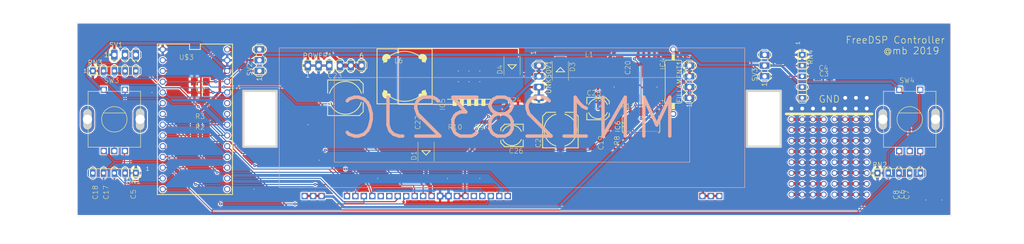
<source format=kicad_pcb>
(kicad_pcb (version 20221018) (generator pcbnew)
  (layers (0 "F.Cu" signal) (31 "B.Cu" signal) (34 "B.Paste" user) (35 "F.Paste" user) (36 "B.SilkS" user "B.Silkscreen") (37 "F.SilkS" user "F.Silkscreen") (38 "B.Mask" user) (39 "F.Mask" user) (44 "Edge.Cuts" user))
  (net 0 "")
  (net 1 "GND")
  (net 2 "+5V")
  (net 3 "+3V3")
  (net 4 "/SWRU")
  (net 5 "/SWRD")
  (net 6 "/SWLU")
  (net 7 "/SWLD")
  (net 8 "/ROT1C")
  (net 9 "/ROT2C")
  (net 10 "/ROT2L")
  (net 11 "/ROT2R")
  (net 12 "VPP")
  (net 13 "/ROT1L")
  (net 14 "/ROT1R")
  (net 15 "Net-(IC6A-I0)")
  (net 16 "Net-(IC4-VM)")
  (net 17 "Net-(D1-PadC)")
  (net 18 "Net-(D3-PadC)")
  (net 19 "/SW")
  (net 20 "/F2")
  (net 21 "/F1")
  (net 22 "Net-(IC4-REV)")
  (net 23 "Net-(IC4-FWD)")
  (net 24 "Net-(IC4-OUT2)")
  (net 25 "Net-(IC5-FB)")
  (net 27 "/FF_BLANK")
  (net 28 "Net-(IC6B-O)")
  (net 29 "Net-(IC6A-O)")
  (net 30 "/SDA")
  (net 31 "Net-(U$3-19{slash}A5{slash}T{slash}SCL)")
  (net 38 "/BLK2")
  (net 39 "/LAT12")
  (net 40 "/SCLK")
  (net 41 "/MOSI")
  (net 44 "/GSIN")
  (net 45 "/GCLK")
  (net 46 "/GLAT")
  (net 47 "/GBLK")
  (net 49 "/BLK1")
  (footprint "MN12832JC-TeensyLC:MA06-1" (layer "F.Cu") (at 106.123313 92.300813)
    (fp_text reference "POWER1")
    (fp_text value "MA06-1")
  )
  (footprint "MN12832JC-TeensyLC:ALPS_EC12E_SW" (layer "F.Cu") (at 242.013313 105.000813)
    (fp_text reference "SW4")
    (fp_text value "EC12E_SW")
    (fp_line (start -6.35 -1.397) (end -6.35 1.397) (stroke (width 2.032)) (layer "Edge.Cuts"))
    (fp_line (start 6.096 -1.524) (end 6.096 1.524) (stroke (width 2.032)) (layer "Edge.Cuts"))
  )
  (footprint "MN12832JC-TeensyLC:153CLV-0505" (layer "F.Cu") (at 168.353313 102.460813)
    (fp_text reference "C25")
    (fp_text value "1u")
  )
  (footprint "MN12832JC-TeensyLC:C1206" (layer "F.Cu") (at 51.513313 122.780813 90)
    (fp_text reference "C18")
    (fp_text value "1n")
  )
  (footprint "MN12832JC-TeensyLC:0411_15" (layer "F.Cu") (at 186.133313 96.110813 -90)
    (fp_text reference "R12")
    (fp_text value "22")
  )
  (footprint "MN12832JC-TeensyLC:SMB" (layer "F.Cu") (at 148.033313 92.300813 90)
    (fp_text reference "D4")
    (fp_text value "DIODE-SMB")
  )
  (footprint "MN12832JC-TeensyLC:R1206" (layer "F.Cu") (at 175.973313 99.920813 180)
    (fp_text reference "R11")
    (fp_text value "4.7k")
  )
  (footprint "MN12832JC-TeensyLC:C1206" (layer "F.Cu") (at 238.203313 122.780813 -90)
    (fp_text reference "C6")
    (fp_text value "1n")
  )
  (footprint "MN12832JC-TeensyLC:C1206" (layer "F.Cu") (at 74.373313 96.110813 180)
    (fp_text reference "C2")
    (fp_text value "1n")
  )
  (footprint "MN12832JC-TeensyLC:R1206" (layer "F.Cu") (at 134.063313 108.810813)
    (fp_text reference "R10")
    (fp_text value "39")
  )
  (footprint "MN12832JC-TeensyLC:C1206" (layer "F.Cu") (at 221.693313 94.840813)
    (fp_text reference "C4")
    (fp_text value "1n")
  )
  (footprint "MN12832JC-TeensyLC:R1206" (layer "F.Cu") (at 170.893313 110.080813 -90)
    (fp_text reference "R8")
    (fp_text value "4.7k")
  )
  (footprint "MN12832JC-TeensyLC:SIL5" (layer "F.Cu") (at 54.053313 93.570813)
    (fp_text reference "RN3")
    (fp_text value "4.7k")
  )
  (footprint "MN12832JC-TeensyLC:MA03-1" (layer "F.Cu") (at 88.343313 91.030813 90)
    (fp_text reference "SV2")
    (fp_text value "SWR")
  )
  (footprint "MN12832JC-TeensyLC:C1206" (layer "F.Cu") (at 54.053313 122.780813 90)
    (fp_text reference "C17")
    (fp_text value "1n")
  )
  (footprint "MN12832JC-TeensyLC:SIL5" (layer "F.Cu") (at 54.053313 117.700813 180)
    (fp_text reference "RN1")
    (fp_text value "4.7k")
  )
  (footprint "MN12832JC-TeensyLC:C1206" (layer "F.Cu") (at 56.593313 122.780813 -90)
    (fp_text reference "C5")
    (fp_text value "1n")
  )
  (footprint "MN12832JC-TeensyLC:C1206" (layer "F.Cu") (at 240.743313 122.780813 90)
    (fp_text reference "C8")
    (fp_text value "1n")
  )
  (footprint "MN12832JC-TeensyLC:R1206" (layer "F.Cu") (at 74.373313 108.810813)
    (fp_text reference "R2")
    (fp_text value "4.7k")
  )
  (footprint "MN12832JC-TeensyLC:C1206" (layer "F.Cu") (at 127.713313 106.270813 90)
    (fp_text reference "C22")
    (fp_text value "100n")
  )
  (footprint "MN12832JC-TeensyLC:SIL5" (layer "F.Cu") (at 216.613313 94.840813 -90)
    (fp_text reference "RN4")
    (fp_text value "4.7k")
  )
  (footprint "MN12832JC-TeensyLC:L1812" (layer "F.Cu") (at 167.083313 92.300813)
    (fp_text reference "L1")
    (fp_text value "10u")
  )
  (footprint "MN12832JC-TeensyLC:MA04-1" (layer "F.Cu") (at 154.383313 96.110813 -90)
    (fp_text reference "UNK50V1")
    (fp_text value "MA04-1")
  )
  (footprint "MN12832JC-TeensyLC:R1206" (layer "F.Cu") (at 74.373313 106.270813)
    (fp_text reference "R3")
    (fp_text value "4.7k")
  )
  (footprint "MN12832JC-TeensyLC:C1206" (layer "F.Cu") (at 243.283313 122.780813 90)
    (fp_text reference "C7")
    (fp_text value "1n")
  )
  (footprint "MN12832JC-TeensyLC:153CLV-0807" (layer "F.Cu") (at 159.463313 107.540813 90)
    (fp_text reference "C21")
    (fp_text value "10u")
  )
  (footprint "MN12832JC-TeensyLC:MA03-1" (layer "F.Cu") (at 207.723313 92.300813 90)
    (fp_text reference "SV3")
    (fp_text value "SWL")
  )
  (footprint "MN12832JC-TeensyLC:TEENSY_3.0-3.2&LC_DIL" (layer "F.Cu") (at 73.103313 105.000813)
    (fp_text reference "U$3")
    (fp_text value "TEENSY_LC_DIL")
  )
  (footprint "MN12832JC-TeensyLC:153CLV-0807" (layer "F.Cu") (at 108.663313 99.920813)
    (fp_text reference "C23")
    (fp_text value "10u")
  )
  (footprint "MN12832JC-TeensyLC:SO14" (layer "F.Cu") (at 178.513313 106.270813)
    (fp_text reference "IC6")
    (fp_text value "74132D")
  )
  (footprint "MN12832JC-TeensyLC:TO263-5" (layer "F.Cu") (at 137.873313 97.380813)
    (fp_text reference "IC5")
    (fp_text value "XL6009")
  )
  (footprint "MN12832JC-TeensyLC:153CLV-0505" (layer "F.Cu") (at 148.033313 108.810813 180)
    (fp_text reference "C26")
    (fp_text value "1u")
  )
  (footprint "MN12832JC-TeensyLC:C1206" (layer "F.Cu") (at 74.373313 98.650813)
    (fp_text reference "C1")
    (fp_text value "1n")
  )
  (footprint "MN12832JC-TeensyLC:DR125" (layer "F.Cu") (at 122.633313 94.840813)
    (fp_text reference "L6")
    (fp_text value "DR125")
  )
  (footprint "MN12832JC-TeensyLC:C1206" (layer "F.Cu") (at 148.033313 102.460813)
    (fp_text reference "C24")
    (fp_text value "100n")
  )
  (footprint "MN12832JC-TeensyLC:C1206" (layer "F.Cu") (at 167.083313 110.080813 -90)
    (fp_text reference "C19")
    (fp_text value "100n")
  )
  (footprint "MN12832JC-TeensyLC:C1206" (layer "F.Cu") (at 221.693313 92.300813 180)
    (fp_text reference "C3")
    (fp_text value "1n")
  )
  (footprint "MN12832JC-TeensyLC:SMB" (layer "F.Cu") (at 127.713313 112.620813 90)
    (fp_text reference "D1")
    (fp_text value "DIODE-SMB")
  )
  (footprint "MN12832JC-TeensyLC:MA03-1" (layer "F.Cu") (at 56.593313 89.760813)
    (fp_text reference "SV1")
    (fp_text value "MA03-1")
  )
  (footprint "MN12832JC-TeensyLC:ALPS_EC12E_SW" (layer "F.Cu") (at 54.053313 105.000813)
    (fp_text reference "SW3")
    (fp_text value "EC12E_SW")
    (fp_line (start -6.35 -1.397) (end -6.35 1.397) (stroke (width 2.032)) (layer "Edge.Cuts"))
    (fp_line (start 6.096 -1.524) (end 6.096 1.524) (stroke (width 2.032)) (layer "Edge.Cuts"))
  )
  (footprint "MN12832JC-TeensyLC:R1206" (layer "F.Cu") (at 140.413313 108.810813)
    (fp_text reference "R9")
    (fp_text value "1.5k")
  )
  (footprint "MN12832JC-TeensyLC:C1206" (layer "F.Cu") (at 173.433313 92.300813 -90)
    (fp_text reference "C20")
    (fp_text value "100n")
  )
  (footprint "MN12832JC-TeensyLC:SO8" (layer "F.Cu") (at 179.783313 92.300813 180)
    (fp_text reference "IC4")
    (fp_text value "ZXBM5210")
  )
  (footprint "MN12832JC-TeensyLC:SIL5" (layer "F.Cu") (at 239.473313 117.700813)
    (fp_text reference "RN2")
    (fp_text value "4.7k")
  )
  (footprint "MN12832JC-TeensyLC:MA04-1" (layer "F.Cu") (at 189.943313 96.110813 90)
    (fp_text reference "FILLAMENT1")
    (fp_text value "MA04-1")
  )
  (footprint "MN12832JC-TeensyLC:SMB" (layer "F.Cu") (at 159.463313 93.570813 -90)
    (fp_text reference "D3")
    (fp_text value "DIODE-SMB")
  )
  (footprint "MN12832JC-TeensyLC:MN12832JC" (layer "B.Cu") (at 148.414313 105.889813 180)
    (fp_text reference "U$1" hide)
    (fp_text value "MN12832JC" hide)
  )
  (gr_line (start 212.803313 103.730813) (end 233.123313 103.730813) (stroke (width 0.6096)) (layer "F.SilkS"))
  (gr_line (start 45.129745 82.159509) (end 45.163313 127.860813) (stroke (width 0.05)) (layer "Edge.Cuts"))
  (gr_line (start 84.533313 111.477813) (end 92.407313 111.477813) (stroke (width 0.508)) (layer "Edge.Cuts"))
  (gr_line (start 211.533313 98.269813) (end 211.533313 111.477813) (stroke (width 0.508)) (layer "Edge.Cuts"))
  (gr_line (start 203.532313 111.477813) (end 203.532313 98.269813) (stroke (width 0.508)) (layer "Edge.Cuts"))
  (gr_line (start 92.407313 98.269813) (end 84.533313 98.269813) (stroke (width 0.508)) (layer "Edge.Cuts"))
  (gr_line (start 251.843313 127.860813) (end 251.843313 82.150813) (stroke (width 0.05)) (layer "Edge.Cuts"))
  (gr_line (start 92.407313 111.477813) (end 92.407313 98.269813) (stroke (width 0.508)) (layer "Edge.Cuts"))
  (gr_line (start 45.163313 127.860813) (end 251.843313 127.860813) (stroke (width 0.05)) (layer "Edge.Cuts"))
  (gr_line (start 203.532313 98.269813) (end 211.533313 98.269813) (stroke (width 0.508)) (layer "Edge.Cuts"))
  (gr_line (start 84.533313 98.269813) (end 84.533313 111.477813) (stroke (width 0.508)) (layer "Edge.Cuts"))
  (gr_line (start 251.843313 82.150813) (end 45.129745 82.159509) (stroke (width 0.05)) (layer "Edge.Cuts"))
  (gr_line (start 211.533313 111.477813) (end 203.532313 111.477813) (stroke (width 0.508)) (layer "Edge.Cuts"))
  (gr_text "FreeDSP Controller" (at 226.773313 87.220813) (layer "F.SilkS") (effects (font (size 1.63576 1.63576) (thickness 0.14224)) (justify left bottom)))
  (gr_text "@mb 2019" (at 235.663313 89.760813) (layer "F.SilkS") (effects (font (size 1.63576 1.63576) (thickness 0.14224)) (justify left bottom)))
  (gr_text "GND" (at 220.423313 101.190813) (layer "F.SilkS") (effects (font (size 1.63576 1.63576) (thickness 0.14224)) (justify left bottom)))
  (segment (start 229.288313 107.485813) (end 229.313313 107.540813) (width 0.8128) (layer "F.Cu") (net 0))
  (segment (start 221.663313 104.985813) (end 221.693313 105.000813) (width 0.8128) (layer "F.Cu") (net 0))
  (segment (start 229.288313 112.610813) (end 229.313313 112.620813) (width 0.8128) (layer "F.Cu") (net 0))
  (segment (start 221.663313 117.610813) (end 221.693313 117.700813) (width 0.8128) (layer "F.Cu") (net 0))
  (segment (start 216.913313 107.485813) (end 219.038313 107.485813) (width 0.8128) (layer "F.Cu") (net 0))
  (segment (start 227.163313 120.235813) (end 226.773313 120.240813) (width 0.8128) (layer "F.Cu") (net 0))
  (segment (start 229.663313 122.735813) (end 231.788313 122.735813) (width 0.8128) (layer "F.Cu") (net 0))
  (segment (start 219.538313 120.235813) (end 221.663313 120.235813) (width 0.8128) (layer "F.Cu") (net 0))
  (segment (start 214.163313 122.735813) (end 214.073313 122.780813) (width 0.8128) (layer "F.Cu") (net 0))
  (segment (start 216.538313 117.610813) (end 216.613313 117.700813) (width 0.8128) (layer "F.Cu") (net 0))
  (segment (start 219.538313 109.985813) (end 219.153313 110.080813) (width 0.8128) (layer "F.Cu") (net 0))
  (segment (start 216.913313 120.235813) (end 216.613313 120.240813) (width 0.8128) (layer "F.Cu") (net 0))
  (segment (start 226.663313 115.110813) (end 226.773313 115.160813) (width 0.8128) (layer "F.Cu") (net 0))
  (segment (start 226.663313 117.610813) (end 226.773313 117.700813) (width 0.8128) (layer "F.Cu") (net 0))
  (segment (start 231.788313 109.985813) (end 231.853313 110.080813) (width 0.8128) (layer "F.Cu") (net 0))
  (segment (start 219.538313 107.485813) (end 219.153313 107.540813) (width 0.8128) (layer "F.Cu") (net 0))
  (segment (start 226.663313 109.985813) (end 224.288313 109.985813) (width 0.8128) (layer "F.Cu") (net 0))
  (segment (start 219.538313 117.610813) (end 221.663313 117.610813) (width 0.8128) (layer "F.Cu") (net 0))
  (segment (start 219.038313 107.485813) (end 219.153313 107.540813) (width 0.8128) (layer "F.Cu") (net 0))
  (segment (start 231.788313 122.735813) (end 231.853313 122.780813) (width 0.8128) (layer "F.Cu") (net 0))
  (segment (start 219.538313 104.985813) (end 221.663313 104.985813) (width 0.8128) (layer "F.Cu") (net 0))
  (segment (start 226.663313 112.610813) (end 224.288313 112.610813) (width 0.8128) (layer "F.Cu") (net 0))
  (segment (start 226.663313 109.985813) (end 226.773313 110.080813) (width 0.8128) (layer "F.Cu") (net 0))
  (segment (start 226.663313 117.610813) (end 224.288313 117.610813) (width 0.8128) (layer "F.Cu") (net 0))
  (segment (start 226.663313 120.235813) (end 224.288313 120.235813) (width 0.8128) (layer "F.Cu") (net 0))
  (segment (start 227.163313 120.235813) (end 229.288313 120.235813) (width 0.8128) (layer "F.Cu") (net 0))
  (segment (start 216.913313 109.985813) (end 216.613313 110.080813) (width 0.8128) (layer "F.Cu") (net 0))
  (segment (start 219.538313 117.610813) (end 219.153313 117.700813) (width 0.8128) (layer "F.Cu") (net 0))
  (segment (start 229.288313 120.235813) (end 229.313313 120.240813) (width 0.8128) (layer "F.Cu") (net 0))
  (segment (start 229.288313 109.985813) (end 229.313313 110.080813) (width 0.8128) (layer "F.Cu") (net 0))
  (segment (start 224.288313 122.735813) (end 224.233313 122.780813) (width 0.8128) (layer "F.Cu") (net 0))
  (segment (start 226.663313 122.735813) (end 224.288313 122.735813) (width 0.8128) (layer "F.Cu") (net 0))
  (segment (start 221.663313 120.235813) (end 221.693313 120.240813) (width 0.8128) (layer "F.Cu") (net 0))
  (segment (start 219.038313 122.860813) (end 219.153313 122.780813) (width 0.8128) (layer "F.Cu") (net 0))
  (segment (start 231.788313 112.610813) (end 231.853313 112.620813) (width 0.8128) (layer "F.Cu") (net 0))
  (segment (start 219.538313 120.235813) (end 219.153313 120.240813) (width 0.8128) (layer "F.Cu") (net 0))
  (segment (start 221.663313 112.610813) (end 221.693313 112.620813) (width 0.8128) (layer "F.Cu") (net 0))
  (segment (start 229.663313 120.235813) (end 231.788313 120.235813) (width 0.8128) (layer "F.Cu") (net 0))
  (segment (start 216.538313 104.985813) (end 214.163313 104.985813) (width 0.8128) (layer "F.Cu") (net 0))
  (segment (start 216.538313 117.610813) (end 214.163313 117.610813) (width 0.8128) (layer "F.Cu") (net 0))
  (segment (start 219.038313 117.610813) (end 219.153313 117.700813) (width 0.8128) (layer "F.Cu") (net 0))
  (segment (start 226.663313 104.985813) (end 226.773313 105.000813) (width 0.8128) (layer "F.Cu") (net 0))
  (segment (start 216.913313 120.235813) (end 219.038313 120.235813) (width 0.8128) (layer "F.Cu") (net 0))
  (segment (start 226.663313 115.110813) (end 224.288313 115.110813) (width 0.8128) (layer "F.Cu") (net 0))
  (segment (start 219.538313 112.610813) (end 221.663313 112.610813) (width 0.8128) (layer "F.Cu") (net 0))
  (segment (start 216.538313 122.735813) (end 214.163313 122.735813) (width 0.8128) (layer "F.Cu") (net 0))
  (segment (start 229.663313 115.110813) (end 231.788313 115.110813) (width 0.8128) (layer "F.Cu") (net 0))
  (segment (start 227.163313 115.110813) (end 226.773313 115.160813) (width 0.8128) (layer "F.Cu") (net 0))
  (segment (start 216.538313 107.485813) (end 214.163313 107.485813) (width 0.8128) (layer "F.Cu") (net 0))
  (segment (start 229.288313 117.610813) (end 229.313313 117.700813) (width 0.8128) (layer "F.Cu") (net 0))
  (segment (start 216.538313 109.985813) (end 216.613313 110.080813) (width 0.8128) (layer "F.Cu") (net 0))
  (segment (start 219.538313 104.985813) (end 219.153313 105.000813) (width 0.8128) (layer "F.Cu") (net 0))
  (segment (start 229.663313 104.985813) (end 231.788313 104.985813) (width 0.8128) (layer "F.Cu") (net 0))
  (segment (start 216.538313 120.235813) (end 216.613313 120.240813) (width 0.8128) (layer "F.Cu") (net 0))
  (segment (start 217.038313 122.860813) (end 216.613313 122.780813) (width 0.8128) (layer "F.Cu") (net 0))
  (segment (start 224.288313 120.235813) (end 224.233313 120.240813) (width 0.8128) (layer "F.Cu") (net 0))
  (segment (start 229.663313 107.485813) (end 231.788313 107.485813) (width 0.8128) (layer "F.Cu") (net 0))
  (segment (start 219.538313 112.610813) (end 219.153313 112.620813) (width 0.8128) (layer "F.Cu") (net 0))
  (segment (start 221.663313 107.485813) (end 221.693313 107.540813) (width 0.8128) (layer "F.Cu") (net 0))
  (segment (start 227.163313 109.985813) (end 226.773313 110.080813) (width 0.8128) (layer "F.Cu") (net 0))
  (segment (start 214.163313 109.985813) (end 214.073313 110.080813) (width 0.8128) (layer "F.Cu") (net 0))
  (segment (start 226.663313 120.235813) (end 226.773313 120.240813) (width 0.8128) (layer "F.Cu") (net 0))
  (segment (start 224.288313 115.110813) (end 224.233313 115.160813) (width 0.8128) (layer "F.Cu") (net 0))
  (segment (start 231.788313 120.235813) (end 231.853313 120.240813) (width 0.8128) (layer "F.Cu") (net 0))
  (segment (start 221.663313 122.735813) (end 221.693313 122.780813) (width 0.8128) (layer "F.Cu") (net 0))
  (segment (start 216.538313 115.110813) (end 216.613313 115.160813) (width 0.8128) (layer "F.Cu") (net 0))
  (segment (start 219.538313 122.735813) (end 219.153313 122.780813) (width 0.8128) (layer "F.Cu") (net 0))
  (segment (start 227.163313 104.985813) (end 229.288313 104.985813) (width 0.8128) (layer "F.Cu") (net 0))
  (segment (start 216.913313 112.610813) (end 216.613313 112.620813) (width 0.8128) (layer "F.Cu") (net 0))
  (segment (start 226.663313 122.735813) (end 226.773313 122.780813) (width 0.8128) (layer "F.Cu") (net 0))
  (segment (start 224.288313 107.485813) (end 224.233313 107.540813) (width 0.8128) (layer "F.Cu") (net 0))
  (segment (start 229.663313 109.985813) (end 231.788313 109.985813) (width 0.8128) (layer "F.Cu") (net 0))
  (segment (start 229.663313 117.610813) (end 229.313313 117.700813) (width 0.8128) (layer "F.Cu") (net 0))
  (segment (start 227.163313 122.735813) (end 226.773313 122.780813) (width 0.8128) (layer "F.Cu") (net 0))
  (segment (start 229.288313 115.110813) (end 229.313313 115.160813) (width 0.8128) (layer "F.Cu") (net 0))
  (segment (start 216.913313 112.610813) (end 219.038313 112.610813) (width 0.8128) (layer "F.Cu") (net 0))
  (segment (start 216.538313 109.985813) (end 214.163313 109.985813) (width 0.8128) (layer "F.Cu") (net 0))
  (segment (start 229.663313 104.985813) (end 229.313313 105.000813) (width 0.8128) (layer "F.Cu") (net 0))
  (segment (start 229.663313 112.610813) (end 229.313313 112.620813) (width 0.8128) (layer "F.Cu") (net 0))
  (segment (start 227.163313 122.735813) (end 229.288313 122.735813) (width 0.8128) (layer "F.Cu") (net 0))
  (segment (start 219.538313 115.110813) (end 221.663313 115.110813) (width 0.8128) (layer "F.Cu") (net 0))
  (segment (start 216.913313 107.485813) (end 216.613313 107.540813) (width 0.8128) (layer "F.Cu") (net 0))
  (segment (start 217.038313 115.235813) (end 219.038313 115.235813) (width 0.8128) (layer "F.Cu") (net 0))
  (segment (start 227.163313 117.610813) (end 229.288313 117.610813) (width 0.8128) (layer "F.Cu") (net 0))
  (segment (start 219.538313 109.985813) (end 221.663313 109.985813) (width 0.8128) (layer "F.Cu") (net 0))
  (segment (start 229.663313 107.485813) (end 229.313313 107.540813) (width 0.8128) (layer "F.Cu") (net 0))
  (segment (start 229.288313 104.985813) (end 229.313313 105.000813) (width 0.8128) (layer "F.Cu") (net 0))
  (segment (start 229.663313 109.985813) (end 229.313313 110.080813) (width 0.8128) (layer "F.Cu") (net 0))
  (segment (start 221.663313 109.985813) (end 221.693313 110.080813) (width 0.8128) (layer "F.Cu") (net 0))
  (segment (start 226.663313 112.610813) (end 226.773313 112.620813) (width 0.8128) (layer "F.Cu") (net 0))
  (segment (start 214.163313 115.110813) (end 214.073313 115.160813) (width 0.8128) (layer "F.Cu") (net 0))
  (segment (start 231.788313 107.485813) (end 231.853313 107.540813) (width 0.8128) (layer "F.Cu") (net 0))
  (segment (start 216.913313 117.610813) (end 219.038313 117.610813) (width 0.8128) (layer "F.Cu") (net 0))
  (segment (start 216.913313 104.985813) (end 219.038313 104.985813) (width 0.8128) (layer "F.Cu") (net 0))
  (segment (start 229.663313 122.735813) (end 229.313313 122.780813) (width 0.8128) (layer "F.Cu") (net 0))
  (segment (start 214.163313 120.235813) (end 214.073313 120.240813) (width 0.8128) (layer "F.Cu") (net 0))
  (segment (start 224.288313 117.610813) (end 224.233313 117.700813) (width 0.8128) (layer "F.Cu") (net 0))
  (segment (start 221.663313 115.110813) (end 221.693313 115.160813) (width 0.8128) (layer "F.Cu") (net 0))
  (segment (start 231.788313 115.110813) (end 231.853313 115.160813) (width 0.8128) (layer "F.Cu") (net 0))
  (segment (start 224.288313 109.985813) (end 224.233313 110.080813) (width 0.8128) (layer "F.Cu") (net 0))
  (segment (start 216.538313 115.110813) (end 214.163313 115.110813) (width 0.8128) (layer "F.Cu") (net 0))
  (segment (start 219.038313 109.985813) (end 219.153313 110.080813) (width 0.8128) (layer "F.Cu") (net 0))
  (segment (start 219.538313 115.110813) (end 219.153313 115.160813) (width 0.8128) (layer "F.Cu") (net 0))
  (segment (start 216.913313 104.985813) (end 216.613313 105.000813) (width 0.8128) (layer "F.Cu") (net 0))
  (segment (start 214.163313 107.485813) (end 214.073313 107.540813) (width 0.8128) (layer "F.Cu") (net 0))
  (segment (start 229.663313 112.610813) (end 231.788313 112.610813) (width 0.8128) (layer "F.Cu") (net 0))
  (segment (start 219.538313 107.485813) (end 221.663313 107.485813) (width 0.8128) (layer "F.Cu") (net 0))
  (segment (start 227.163313 115.110813) (end 229.288313 115.110813) (width 0.8128) (layer "F.Cu") (net 0))
  (segment (start 214.163313 117.610813) (end 214.073313 117.700813) (width 0.8128) (layer "F.Cu") (net 0))
  (segment (start 224.288313 112.610813) (end 224.233313 112.620813) (width 0.8128) (layer "F.Cu") (net 0))
  (segment (start 214.163313 112.610813) (end 214.073313 112.620813) (width 0.8128) (layer "F.Cu") (net 0))
  (segment (start 229.663313 117.610813) (end 231.788313 117.610813) (width 0.8128) (layer "F.Cu") (net 0))
  (segment (start 226.663313 107.485813) (end 224.288313 107.485813) (width 0.8128) (layer "F.Cu") (net 0))
  (segment (start 216.538313 122.735813) (end 216.613313 122.780813) (width 0.8128) (layer "F.Cu") (net 0))
  (segment (start 219.038313 104.985813) (end 219.153313 105.000813) (width 0.8128) (layer "F.Cu") (net 0))
  (segment (start 214.163313 104.985813) (end 214.073313 105.000813) (width 0.8128) (layer "F.Cu") (net 0))
  (segment (start 229.288313 122.735813) (end 229.313313 122.780813) (width 0.8128) (layer "F.Cu") (net 0))
  (segment (start 219.038313 112.610813) (end 219.153313 112.620813) (width 0.8128) (layer "F.Cu") (net 0))
  (segment (start 227.163313 117.610813) (end 226.773313 117.700813) (width 0.8128) (layer "F.Cu") (net 0))
  (segment (start 226.663313 107.485813) (end 226.773313 107.540813) (width 0.8128) (layer "F.Cu") (net 0))
  (segment (start 231.788313 104.985813) (end 231.853313 105.000813) (width 0.8128) (layer "F.Cu") (net 0))
  (segment (start 227.163313 109.985813) (end 229.288313 109.985813) (width 0.8128) (layer "F.Cu") (net 0))
  (segment (start 226.663313 104.985813) (end 224.288313 104.985813) (width 0.8128) (layer "F.Cu") (net 0))
  (segment (start 227.163313 112.610813) (end 229.288313 112.610813) (width 0.8128) (layer "F.Cu") (net 0))
  (segment (start 229.663313 115.110813) (end 229.313313 115.160813) (width 0.8128) (layer "F.Cu") (net 0))
  (segment (start 216.538313 112.610813) (end 216.613313 112.620813) (width 0.8128) (layer "F.Cu") (net 0))
  (segment (start 217.038313 122.860813) (end 219.038313 122.860813) (width 0.8128) (layer "F.Cu") (net 0))
  (segment (start 216.538313 120.235813) (end 214.163313 120.235813) (width 0.8128) (layer "F.Cu") (net 0))
  (segment (start 227.163313 107.485813) (end 229.288313 107.485813) (width 0.8128) (layer "F.Cu") (net 0))
  (segment (start 216.913313 109.985813) (end 219.038313 109.985813) (width 0.8128) (layer "F.Cu") (net 0))
  (segment (start 224.288313 104.985813) (end 224.233313 105.000813) (width 0.8128) (layer "F.Cu") (net 0))
  (segment (start 216.538313 107.485813) (end 216.613313 107.540813) (width 0.8128) (layer "F.Cu") (net 0))
  (segment (start 227.163313 112.610813) (end 226.773313 112.620813) (width 0.8128) (layer "F.Cu") (net 0))
  (segment (start 227.163313 107.485813) (end 226.773313 107.540813) (width 0.8128) (layer "F.Cu") (net 0))
  (segment (start 219.038313 115.235813) (end 219.153313 115.160813) (width 0.8128) (layer "F.Cu") (net 0))
  (segment (start 231.788313 117.610813) (end 231.853313 117.700813) (width 0.8128) (layer "F.Cu") (net 0))
  (segment (start 216.538313 104.985813) (end 216.613313 105.000813) (width 0.8128) (layer "F.Cu") (net 0))
  (segment (start 216.538313 112.610813) (end 214.163313 112.610813) (width 0.8128) (layer "F.Cu") (net 0))
  (segment (start 227.163313 104.985813) (end 226.773313 105.000813) (width 0.8128) (layer "F.Cu") (net 0))
  (segment (start 216.913313 117.610813) (end 216.613313 117.700813) (width 0.8128) (layer "F.Cu") (net 0))
  (segment (start 217.038313 115.235813) (end 216.613313 115.160813) (width 0.8128) (layer "F.Cu") (net 0))
  (segment (start 219.538313 122.735813) (end 221.663313 122.735813) (width 0.8128) (layer "F.Cu") (net 0))
  (segment (start 219.038313 120.235813) (end 219.153313 120.240813) (width 0.8128) (layer "F.Cu") (net 0))
  (segment (start 229.663313 120.235813) (end 229.313313 120.240813) (width 0.8128) (layer "F.Cu") (net 0))
  (via (at 219.153313 112.620813) (size 1.4) (drill 0.9) (layers "F.Cu" "B.Cu") (net 0))
  (via (at 229.313313 122.780813) (size 1.4) (drill 0.9) (layers "F.Cu" "B.Cu") (net 0))
  (via (at 231.853313 110.080813) (size 1.4) (drill 0.9) (layers "F.Cu" "B.Cu") (net 0))
  (via (at 216.613313 115.160813) (size 1.4) (drill 0.9) (layers "F.Cu" "B.Cu") (net 0))
  (via (at 221.693313 110.080813) (size 1.4) (drill 0.9) (layers "F.Cu" "B.Cu") (net 0))
  (via (at 216.613313 120.240813) (size 1.4) (drill 0.9) (layers "F.Cu" "B.Cu") (net 0))
  (via (at 224.233313 110.080813) (size 1.4) (drill 0.9) (layers "F.Cu" "B.Cu") (net 0))
  (via (at 231.853313 105.000813) (size 1.4) (drill 0.9) (layers "F.Cu" "B.Cu") (net 0))
  (via (at 214.073313 120.240813) (size 1.4) (drill 0.9) (layers "F.Cu" "B.Cu") (net 0))
  (via (at 214.073313 117.700813) (size 1.4) (drill 0.9) (layers "F.Cu" "B.Cu") (net 0))
  (via (at 214.073313 110.080813) (size 1.4) (drill 0.9) (layers "F.Cu" "B.Cu") (net 0))
  (via (at 221.693313 122.780813) (size 1.4) (drill 0.9) (layers "F.Cu" "B.Cu") (net 0))
  (via (at 221.693313 112.620813) (size 1.4) (drill 0.9) (layers "F.Cu" "B.Cu") (net 0))
  (via (at 214.073313 107.540813) (size 1.4) (drill 0.9) (layers "F.Cu" "B.Cu") (net 0))
  (via (at 214.073313 112.620813) (size 1.4) (drill 0.9) (layers "F.Cu" "B.Cu") (net 0))
  (via (at 224.233313 122.780813) (size 1.4) (drill 0.9) (layers "F.Cu" "B.Cu") (net 0))
  (via (at 231.853313 112.620813) (size 1.4) (drill 0.9) (layers "F.Cu" "B.Cu") (net 0))
  (via (at 216.613313 107.540813) (size 1.4) (drill 0.9) (layers "F.Cu" "B.Cu") (net 0))
  (via (at 219.153313 122.780813) (size 1.4) (drill 0.9) (layers "F.Cu" "B.Cu") (net 0))
  (via (at 224.233313 107.540813) (size 1.4) (drill 0.9) (layers "F.Cu" "B.Cu") (net 0))
  (via (at 231.853313 115.160813) (size 1.4) (drill 0.9) (layers "F.Cu" "B.Cu") (net 0))
  (via (at 229.313313 110.080813) (size 1.4) (drill 0.9) (layers "F.Cu" "B.Cu") (net 0))
  (via (at 226.773313 105.000813) (size 1.4) (drill 0.9) (layers "F.Cu" "B.Cu") (net 0))
  (via (at 226.773313 117.700813) (size 1.4) (drill 0.9) (layers "F.Cu" "B.Cu") (net 0))
  (via (at 219.153313 120.240813) (size 1.4) (drill 0.9) (layers "F.Cu" "B.Cu") (net 0))
  (via (at 231.853313 117.700813) (size 1.4) (drill 0.9) (layers "F.Cu" "B.Cu") (net 0))
  (via (at 219.153313 117.700813) (size 1.4) (drill 0.9) (layers "F.Cu" "B.Cu") (net 0))
  (via (at 229.313313 105.000813) (size 1.4) (drill 0.9) (layers "F.Cu" "B.Cu") (net 0))
  (via (at 214.073313 115.160813) (size 1.4) (drill 0.9) (layers "F.Cu" "B.Cu") (net 0))
  (via (at 224.233313 120.240813) (size 1.4) (drill 0.9) (layers "F.Cu" "B.Cu") (net 0))
  (via (at 231.853313 107.540813) (size 1.4) (drill 0.9) (layers "F.Cu" "B.Cu") (net 0))
  (via (at 221.693313 105.000813) (size 1.4) (drill 0.9) (layers "F.Cu" "B.Cu") (net 0))
  (via (at 216.613313 110.080813) (size 1.4) (drill 0.9) (layers "F.Cu" "B.Cu") (net 0))
  (via (at 226.773313 120.240813) (size 1.4) (drill 0.9) (layers "F.Cu" "B.Cu") (net 0))
  (via (at 224.233313 117.700813) (size 1.4) (drill 0.9) (layers "F.Cu" "B.Cu") (net 0))
  (via (at 216.613313 117.700813) (size 1.4) (drill 0.9) (layers "F.Cu" "B.Cu") (net 0))
  (via (at 219.153313 105.000813) (size 1.4) (drill 0.9) (layers "F.Cu" "B.Cu") (net 0))
  (via (at 229.313313 107.540813) (size 1.4) (drill 0.9) (layers "F.Cu" "B.Cu") (net 0))
  (via (at 221.693313 120.240813) (size 1.4) (drill 0.9) (layers "F.Cu" "B.Cu") (net 0))
  (via (at 221.693313 107.540813) (size 1.4) (drill 0.9) (layers "F.Cu" "B.Cu") (net 0))
  (via (at 219.153313 107.540813) (size 1.4) (drill 0.9) (layers "F.Cu" "B.Cu") (net 0))
  (via (at 226.773313 110.080813) (size 1.4) (drill 0.9) (layers "F.Cu" "B.Cu") (net 0))
  (via (at 226.773313 112.620813) (size 1.4) (drill 0.9) (layers "F.Cu" "B.Cu") (net 0))
  (via (at 229.313313 112.620813) (size 1.4) (drill 0.9) (layers "F.Cu" "B.Cu") (net 0))
  (via (at 231.853313 120.240813) (size 1.4) (drill 0.9) (layers "F.Cu" "B.Cu") (net 0))
  (via (at 216.613313 105.000813) (size 1.4) (drill 0.9) (layers "F.Cu" "B.Cu") (net 0))
  (via (at 221.693313 117.700813) (size 1.4) (drill 0.9) (layers "F.Cu" "B.Cu") (net 0))
  (via (at 214.073313 122.780813) (size 1.4) (drill 0.9) (layers "F.Cu" "B.Cu") (net 0))
  (via (at 214.073313 105.000813) (size 1.4) (drill 0.9) (layers "F.Cu" "B.Cu") (net 0))
  (via (at 219.153313 110.080813) (size 1.4) (drill 0.9) (layers "F.Cu" "B.Cu") (net 0))
  (via (at 216.613313 112.620813) (size 1.4) (drill 0.9) (layers "F.Cu" "B.Cu") (net 0))
  (via (at 226.773313 115.160813) (size 1.4) (drill 0.9) (layers "F.Cu" "B.Cu") (net 0))
  (via (at 216.613313 122.780813) (size 1.4) (drill 0.9) (layers "F.Cu" "B.Cu") (net 0))
  (via (at 219.153313 115.160813) (size 1.4) (drill 0.9) (layers "F.Cu" "B.Cu") (net 0))
  (via (at 229.313313 117.700813) (size 1.4) (drill 0.9) (layers "F.Cu" "B.Cu") (net 0))
  (via (at 224.233313 112.620813) (size 1.4) (drill 0.9) (layers "F.Cu" "B.Cu") (net 0))
  (via (at 229.313313 120.240813) (size 1.4) (drill 0.9) (layers "F.Cu" "B.Cu") (net 0))
  (via (at 229.313313 115.160813) (size 1.4) (drill 0.9) (layers "F.Cu" "B.Cu") (net 0))
  (via (at 224.233313 105.000813) (size 1.4) (drill 0.9) (layers "F.Cu" "B.Cu") (net 0))
  (via (at 224.233313 115.160813) (size 1.4) (drill 0.9) (layers "F.Cu" "B.Cu") (net 0))
  (via (at 231.853313 122.780813) (size 1.4) (drill 0.9) (layers "F.Cu" "B.Cu") (net 0))
  (via (at 226.773313 122.780813) (size 1.4) (drill 0.9) (layers "F.Cu" "B.Cu") (net 0))
  (via (at 221.693313 115.160813) (size 1.4) (drill 0.9) (layers "F.Cu" "B.Cu") (net 0))
  (via (at 226.773313 107.540813) (size 1.4) (drill 0.9) (layers "F.Cu" "B.Cu") (net 0))
  (via (at 102.440313 114.652813) (size 0.7) (drill 0.2) (layers "F.Cu" "B.Cu") (net 1))
  (via (at 99.773313 106.270813) (size 0.7) (drill 0.2) (layers "F.Cu" "B.Cu") (net 1))
  (via (at 62.943313 98.650813) (size 0.7) (drill 0.2) (layers "F.Cu" "B.Cu") (net 1))
  (via (at 132.793313 118.970813) (size 0.7) (drill 0.2) (layers "F.Cu" "B.Cu") (net 1))
  (via (at 219.153313 102.460813) (size 1.4) (drill 0.9) (layers "F.Cu" "B.Cu") (net 1))
  (via (at 231.853313 99.920813) (size 1.4) (drill 0.9) (layers "F.Cu" "B.Cu") (net 1))
  (via (at 87.073313 121.510813) (size 0.7) (drill 0.2) (layers "F.Cu" "B.Cu") (net 1))
  (via (at 226.773313 102.460813) (size 1.4) (drill 0.9) (layers "F.Cu" "B.Cu") (net 1))
  (via (at 229.313313 99.920813) (size 1.4) (drill 0.9) (layers "F.Cu" "B.Cu") (net 1))
  (via (at 182.323313 97.380813) (size 0.7) (drill 0.2) (layers "F.Cu" "B.Cu") (net 1))
  (via (at 172.163313 97.380813) (size 0.7) (drill 0.2) (layers "F.Cu" "B.Cu") (net 1))
  (via (at 216.613313 102.460813) (size 1.4) (drill 0.9) (layers "F.Cu" "B.Cu") (net 1))
  (via (at 221.693313 102.460813) (size 1.4) (drill 0.9) (layers "F.Cu" "B.Cu") (net 1))
  (via (at 229.313313 102.460813) (size 1.4) (drill 0.9) (layers "F.Cu" "B.Cu") (net 1))
  (via (at 249.633313 124.050813) (size 0.7) (drill 0.2) (layers "F.Cu" "B.Cu") (net 1))
  (via (at 116.283313 118.970813) (size 0.7) (drill 0.2) (layers "F.Cu" "B.Cu") (net 1))
  (via (at 245.823313 124.050813) (size 0.7) (drill 0.2) (layers "F.Cu" "B.Cu") (net 1))
  (via (at 140.413313 118.970813) (size 0.7) (drill 0.2) (layers "F.Cu" "B.Cu") (net 1))
  (via (at 231.853313 102.460813) (size 1.4) (drill 0.9) (layers "F.Cu" "B.Cu") (net 1))
  (via (at 226.773313 99.920813) (size 1.4) (drill 0.9) (layers "F.Cu" "B.Cu") (net 1))
  (via (at 224.233313 102.460813) (size 1.4) (drill 0.9) (layers "F.Cu" "B.Cu") (net 1))
  (via (at 214.073313 102.460813) (size 1.4) (drill 0.9) (layers "F.Cu" "B.Cu") (net 1))
  (segment (start 178.910188 91.427688) (end 178.354563 91.983313) (width 0.8128) (layer "F.Cu") (net 2))
  (segment (start 137.079563 106.905813) (end 138.587688 105.397688) (width 0.8128) (layer "F.Cu") (net 2))
  (segment (start 139.460813 103.254563) (end 139.575113 103.172013) (width 0.8128) (layer "F.Cu") (net 2))
  (segment (start 174.703313 99.920813) (end 174.551313 99.920813) (width 0.8128) (layer "F.Cu") (net 2))
  (segment (start 174.703313 103.197413) (end 174.703313 99.920813) (width 0.8128) (layer "F.Cu") (net 2))
  (segment (start 111.679563 94.840813) (end 111.679563 99.920813) (width 0.8128) (layer "F.Cu") (net 2))
  (segment (start 143.112063 105.635813) (end 144.064563 104.683313) (width 0.8128) (layer "F.Cu") (net 2))
  (segment (start 174.862063 99.603313) (end 174.551313 99.920813) (width 0.8128) (layer "F.Cu") (net 2))
  (segment (start 159.145813 104.683313) (end 159.463313 104.490813) (width 0.8128) (layer "F.Cu") (net 2))
  (segment (start 128.030813 107.540813) (end 127.713313 107.670813) (width 0.8128) (layer "F.Cu") (net 2))
  (segment (start 128.030813 107.540813) (end 128.665813 106.905813) (width 0.8128) (layer "F.Cu") (net 2))
  (segment (start 109.933313 92.300813) (end 111.679563 92.300813) (width 0.8128) (layer "F.Cu") (net 2))
  (segment (start 159.463313 100.079563) (end 159.463313 95.770813) (width 0.8128) (layer "F.Cu") (net 2))
  (segment (start 86.914563 86.744563) (end 85.168313 88.490813) (width 0.8128) (layer "F.Cu") (net 2))
  (segment (start 111.679563 99.920813) (end 111.713313 99.920813) (width 0.8128) (layer "F.Cu") (net 2))
  (segment (start 175.338313 91.030813) (end 173.433313 91.030813) (width 0.8128) (layer "F.Cu") (net 2))
  (segment (start 102.472063 86.744563) (end 86.914563 86.744563) (width 0.8128) (layer "F.Cu") (net 2))
  (segment (start 111.997063 100.079563) (end 111.713313 99.920813) (width 0.8128) (layer "F.Cu") (net 2))
  (segment (start 179.148313 89.700813) (end 179.148313 91.189563) (width 0.8128) (layer "F.Cu") (net 2))
  (segment (start 176.290813 91.983313) (end 175.338313 91.030813) (width 0.8128) (layer "F.Cu") (net 2))
  (segment (start 127.395813 107.382063) (end 127.713313 107.670813) (width 0.8128) (layer "F.Cu") (net 2))
  (segment (start 111.679563 94.840813) (end 117.658313 94.840813) (width 0.8128) (layer "F.Cu") (net 2))
  (segment (start 138.825813 105.635813) (end 138.587688 105.397688) (width 0.8128) (layer "F.Cu") (net 2))
  (segment (start 174.227063 100.079563) (end 159.463313 100.079563) (width 0.8128) (layer "F.Cu") (net 2))
  (segment (start 85.168313 88.490813) (end 80.723313 88.490813) (width 0.8128) (layer "F.Cu") (net 2))
  (segment (start 179.148313 91.665813) (end 178.910188 91.427688) (width 0.8128) (layer "F.Cu") (net 2))
  (segment (start 176.132063 94.047063) (end 174.862063 95.317063) (width 0.8128) (layer "F.Cu") (net 2))
  (segment (start 144.064563 104.683313) (end 159.145813 104.683313) (width 0.8128) (layer "F.Cu") (net 2))
  (segment (start 111.997063 100.079563) (end 119.299563 107.382063) (width 0.8128) (layer "F.Cu") (net 2))
  (segment (start 111.679563 92.300813) (end 111.679563 94.840813) (width 0.8128) (layer "F.Cu") (net 2))
  (segment (start 107.393313 92.300813) (end 107.393313 91.665813) (width 0.8128) (layer "F.Cu") (net 2))
  (segment (start 119.299563 107.382063) (end 127.395813 107.382063) (width 0.8128) (layer "F.Cu") (net 2))
  (segment (start 138.825813 105.635813) (end 143.112063 105.635813) (width 0.8128) (layer "F.Cu") (net 2))
  (segment (start 174.227063 100.079563) (end 174.551313 99.920813) (width 0.8128) (layer "F.Cu") (net 2))
  (segment (start 127.713313 107.670813) (end 127.713313 110.420813) (width 0.8128) (layer "F.Cu") (net 2))
  (segment (start 107.393313 92.300813) (end 109.933313 92.300813) (width 0.8128) (layer "F.Cu") (net 2))
  (segment (start 178.354563 91.983313) (end 176.290813 91.983313) (width 0.8128) (layer "F.Cu") (net 2))
  (segment (start 179.148313 91.665813) (end 179.148313 94.900813) (width 0.8128) (layer "F.Cu") (net 2))
  (segment (start 107.393313 91.665813) (end 102.472063 86.744563) (width 0.8128) (layer "F.Cu") (net 2))
  (segment (start 111.679563 92.300813) (end 112.473313 92.300813) (width 0.8128) (layer "F.Cu") (net 2))
  (segment (start 179.148313 91.189563) (end 178.910188 91.427688) (width 0.8128) (layer "F.Cu") (net 2))
  (segment (start 128.665813 106.905813) (end 137.079563 106.905813) (width 0.8128) (layer "F.Cu") (net 2))
  (segment (start 174.862063 95.317063) (end 174.862063 99.603313) (width 0.8128) (layer "F.Cu") (net 2))
  (segment (start 139.460813 104.524563) (end 139.460813 103.254563) (width 0.8128) (layer "F.Cu") (net 2))
  (segment (start 159.463313 104.490813) (end 159.463313 100.079563) (width 0.8128) (layer "F.Cu") (net 2))
  (segment (start 176.132063 92.300813) (end 176.290813 91.983313) (width 0.8128) (layer "F.Cu") (net 2))
  (segment (start 173.433313 91.030813) (end 173.433313 90.900813) (width 0.8128) (layer "F.Cu") (net 2))
  (segment (start 176.132063 92.300813) (end 176.132063 94.047063) (width 0.8128) (layer "F.Cu") (net 2))
  (segment (start 138.587688 105.397688) (end 139.460813 104.524563) (width 0.8128) (layer "F.Cu") (net 2))
  (segment (start 73.103313 106.270813) (end 72.951313 106.270813) (width 0.6096) (layer "F.Cu") (net 3))
  (segment (start 239.632063 98.015813) (end 242.013313 100.397063) (width 0.6096) (layer "F.Cu") (net 3))
  (segment (start 78.977063 98.492063) (end 73.262063 104.207063) (width 0.6096) (layer "F.Cu") (net 3))
  (segment (start 239.632063 98.015813) (end 239.513313 98.000813) (width 0.6096) (layer "F.Cu") (net 3))
  (segment (start 78.977063 95.317063) (end 78.977063 98.492063) (width 0.6096) (layer "F.Cu") (net 3))
  (segment (start 73.262063 106.112063) (end 72.951313 106.270813) (width 0.6096) (layer "F.Cu") (net 3))
  (segment (start 80.723313 93.570813) (end 78.977063 95.317063) (width 0.6096) (layer "F.Cu") (net 3))
  (segment (start 73.262063 104.207063) (end 73.262063 106.112063) (width 0.6096) (layer "F.Cu") (net 3))
  (segment (start 80.723313 93.570813) (end 83.263313 91.030813) (width 0.6096) (layer "F.Cu") (net 3))
  (segment (start 83.263313 91.030813) (end 88.343313 91.030813) (width 0.6096) (layer "F.Cu") (net 3))
  (segment (start 54.053313 100.397063) (end 54.053313 112.500813) (width 0.6096) (layer "F.Cu") (net 3))
  (segment (start 51.672063 98.015813) (end 51.553313 98.000813) (width 0.6096) (layer "F.Cu") (net 3))
  (segment (start 73.103313 108.810813) (end 72.951313 108.810813) (width 0.6096) (layer "F.Cu") (net 3))
  (segment (start 242.013313 100.397063) (end 242.013313 112.500813) (width 0.6096) (layer "F.Cu") (net 3))
  (segment (start 51.672063 98.015813) (end 54.053313 100.397063) (width 0.6096) (layer "F.Cu") (net 3))
  (segment (start 73.103313 106.270813) (end 73.103313 108.810813) (width 0.6096) (layer "F.Cu") (net 3))
  (segment (start 80.723313 93.570813) (end 74.214563 87.062063) (width 0.6096) (layer "B.Cu") (net 3))
  (segment (start 89.772063 89.760813) (end 190.102063 89.760813) (width 0.6096) (layer "B.Cu") (net 3))
  (segment (start 190.102063 89.760813) (end 192.483313 92.142063) (width 0.6096) (layer "B.Cu") (net 3))
  (segment (start 51.513313 97.857063) (end 51.553313 98.000813) (width 0.6096) (layer "B.Cu") (net 3))
  (segment (start 74.214563 87.062063) (end 53.100813 87.062063) (width 0.6096) (layer "B.Cu") (net 3))
  (segment (start 53.100813 87.062063) (end 47.703313 92.459563) (width 0.6096) (layer "B.Cu") (net 3))
  (segment (start 239.473313 97.857063) (end 239.513313 98.000813) (width 0.6096) (layer "B.Cu") (net 3))
  (segment (start 47.703313 94.682063) (end 50.878313 97.857063) (width 0.6096) (layer "B.Cu") (net 3))
  (segment (start 239.473313 97.857063) (end 237.727063 96.110813) (width 0.6096) (layer "B.Cu") (net 3))
  (segment (start 192.483313 92.142063) (end 207.564563 92.142063) (width 0.6096) (layer "B.Cu") (net 3))
  (segment (start 88.502063 91.030813) (end 89.772063 89.760813) (width 0.6096) (layer "B.Cu") (net 3))
  (segment (start 215.502063 96.110813) (end 211.692063 92.300813) (width 0.6096) (layer "B.Cu") (net 3))
  (segment (start 50.878313 97.857063) (end 51.513313 97.857063) (width 0.6096) (layer "B.Cu") (net 3))
  (segment (start 237.727063 96.110813) (end 215.502063 96.110813) (width 0.6096) (layer "B.Cu") (net 3))
  (segment (start 207.564563 92.142063) (end 207.723313 92.300813) (width 0.6096) (layer "B.Cu") (net 3))
  (segment (start 211.692063 92.300813) (end 207.723313 92.300813) (width 0.6096) (layer "B.Cu") (net 3))
  (segment (start 47.703313 92.459563) (end 47.703313 94.682063) (width 0.6096) (layer "B.Cu") (net 3))
  (segment (start 88.343313 91.030813) (end 88.502063 91.030813) (width 0.6096) (layer "B.Cu") (net 3))
  (segment (start 77.389563 98.650813) (end 75.773313 98.650813) (width 0.25) (layer "F.Cu") (net 4))
  (via (at 77.389563 98.650813) (size 0.7) (drill 0.2) (layers "F.Cu" "B.Cu") (net 4))
  (segment (start 77.389563 98.650813) (end 76.278313 97.539563) (width 0.25) (layer "B.Cu") (net 4))
  (segment (start 81.834563 97.539563) (end 81.834563 94.999563) (width 0.25) (layer "B.Cu") (net 4))
  (segment (start 51.830813 93.570813) (end 51.513313 93.570813) (width 0.25) (layer "B.Cu") (net 4))
  (segment (start 80.723313 98.650813) (end 77.389563 98.650813) (width 0.25) (layer "B.Cu") (net 4))
  (segment (start 64.530813 96.745813) (end 55.005813 96.745813) (width 0.25) (layer "B.Cu") (net 4))
  (segment (start 76.278313 97.539563) (end 65.324563 97.539563) (width 0.25) (layer "B.Cu") (net 4))
  (segment (start 81.834563 94.999563) (end 88.343313 88.490813) (width 0.25) (layer "B.Cu") (net 4))
  (segment (start 80.723313 98.650813) (end 81.834563 97.539563) (width 0.25) (layer "B.Cu") (net 4))
  (segment (start 55.005813 96.745813) (end 51.830813 93.570813) (width 0.25) (layer "B.Cu") (net 4))
  (segment (start 65.324563 97.539563) (end 64.530813 96.745813) (width 0.25) (layer "B.Cu") (net 4))
  (segment (start 83.263313 93.570813) (end 88.343313 93.570813) (width 0.25) (layer "F.Cu") (net 5))
  (segment (start 80.723313 96.110813) (end 83.263313 93.570813) (width 0.25) (layer "F.Cu") (net 5))
  (segment (start 78.024563 96.110813) (end 75.773313 96.110813) (width 0.25) (layer "F.Cu") (net 5))
  (via (at 78.024563 96.110813) (size 0.7) (drill 0.2) (layers "F.Cu" "B.Cu") (net 5))
  (segment (start 64.689563 95.317063) (end 56.117063 95.317063) (width 0.25) (layer "B.Cu") (net 5))
  (segment (start 76.913313 94.999563) (end 65.007063 94.999563) (width 0.25) (layer "B.Cu") (net 5))
  (segment (start 80.723313 96.110813) (end 78.024563 96.110813) (width 0.25) (layer "B.Cu") (net 5))
  (segment (start 78.024563 96.110813) (end 76.913313 94.999563) (width 0.25) (layer "B.Cu") (net 5))
  (segment (start 54.370813 93.570813) (end 54.053313 93.570813) (width 0.25) (layer "B.Cu") (net 5))
  (segment (start 65.007063 94.999563) (end 64.689563 95.317063) (width 0.25) (layer "B.Cu") (net 5))
  (segment (start 56.117063 95.317063) (end 54.370813 93.570813) (width 0.25) (layer "B.Cu") (net 5))
  (segment (start 207.723313 89.760813) (end 202.960813 84.998313) (width 0.25) (layer "F.Cu") (net 6))
  (segment (start 210.263313 92.300813) (end 216.613313 92.300813) (width 0.25) (layer "F.Cu") (net 6))
  (segment (start 207.723313 89.760813) (end 210.263313 92.300813) (width 0.25) (layer "F.Cu") (net 6))
  (segment (start 81.358313 84.998313) (end 75.325813 91.030813) (width 0.25) (layer "F.Cu") (net 6))
  (segment (start 202.960813 84.998313) (end 81.358313 84.998313) (width 0.25) (layer "F.Cu") (net 6))
  (segment (start 216.613313 92.300813) (end 220.293313 92.300813) (width 0.25) (layer "F.Cu") (net 6))
  (segment (start 75.325813 91.030813) (end 65.483313 91.030813) (width 0.25) (layer "F.Cu") (net 6))
  (segment (start 73.579563 93.570813) (end 65.483313 93.570813) (width 0.25) (layer "F.Cu") (net 7))
  (segment (start 207.723313 94.840813) (end 216.613313 94.840813) (width 0.25) (layer "F.Cu") (net 7))
  (segment (start 81.517063 85.633313) (end 73.579563 93.570813) (width 0.25) (layer "F.Cu") (net 7))
  (segment (start 198.515813 85.633313) (end 81.517063 85.633313) (width 0.25) (layer "F.Cu") (net 7))
  (segment (start 216.613313 94.840813) (end 220.293313 94.840813) (width 0.25) (layer "F.Cu") (net 7))
  (segment (start 207.723313 94.840813) (end 198.515813 85.633313) (width 0.25) (layer "F.Cu") (net 7))
  (segment (start 56.593313 119.447063) (end 57.704563 119.447063) (width 0.25) (layer "F.Cu") (net 8))
  (segment (start 57.704563 119.447063) (end 59.609563 119.447063) (width 0.25) (layer "F.Cu") (net 8))
  (segment (start 56.593313 119.447063) (end 56.593313 121.380813) (width 0.25) (layer "F.Cu") (net 8))
  (segment (start 57.704563 119.447063) (end 57.704563 111.509563) (width 0.25) (layer "F.Cu") (net 8))
  (segment (start 60.085813 118.970813) (end 65.483313 118.970813) (width 0.25) (layer "F.Cu") (net 8))
  (segment (start 59.609563 119.447063) (end 60.085813 118.970813) (width 0.25) (layer "F.Cu") (net 8))
  (segment (start 56.593313 110.398313) (end 56.593313 98.015813) (width 0.25) (layer "F.Cu") (net 8))
  (segment (start 56.593313 98.015813) (end 56.553313 98.000813) (width 0.25) (layer "F.Cu") (net 8))
  (segment (start 56.593313 117.700813) (end 56.593313 119.447063) (width 0.25) (layer "F.Cu") (net 8))
  (segment (start 57.704563 111.509563) (end 56.593313 110.398313) (width 0.25) (layer "F.Cu") (net 8))
  (segment (start 238.203313 118.970813) (end 238.203313 121.380813) (width 0.25) (layer "F.Cu") (net 9))
  (segment (start 236.933313 117.700813) (end 238.203313 118.970813) (width 0.25) (layer "F.Cu") (net 9))
  (segment (start 236.933313 117.700813) (end 236.933313 119.605813) (width 0.25) (layer "B.Cu") (net 9))
  (segment (start 244.394563 98.015813) (end 244.513313 98.000813) (width 0.25) (layer "B.Cu") (net 9))
  (segment (start 236.933313 119.605813) (end 229.630813 126.908313) (width 0.25) (layer "B.Cu") (net 9))
  (segment (start 236.933313 117.700813) (end 236.933313 112.938313) (width 0.25) (layer "B.Cu") (net 9))
  (segment (start 77.389563 126.908313) (end 71.992063 121.510813) (width 0.25) (layer "B.Cu") (net 9))
  (segment (start 236.933313 112.938313) (end 244.394563 105.477063) (width 0.25) (layer "B.Cu") (net 9))
  (segment (start 244.394563 105.477063) (end 244.394563 98.015813) (width 0.25) (layer "B.Cu") (net 9))
  (segment (start 71.992063 121.510813) (end 65.483313 121.510813) (width 0.25) (layer "B.Cu") (net 9))
  (segment (start 229.630813 126.908313) (end 77.389563 126.908313) (width 0.25) (layer "B.Cu") (net 9))
  (segment (start 243.283313 126.432063) (end 76.913313 126.432063) (width 0.25) (layer "F.Cu") (net 10))
  (segment (start 244.553313 117.700813) (end 244.553313 112.620813) (width 0.25) (layer "F.Cu") (net 10))
  (segment (start 66.912063 116.430813) (end 65.483313 116.430813) (width 0.25) (layer "F.Cu") (net 10))
  (segment (start 247.252063 122.939563) (end 247.252063 126.273313) (width 0.25) (layer "F.Cu") (net 10))
  (segment (start 243.283313 121.510813) (end 243.283313 121.380813) (width 0.25) (layer "F.Cu") (net 10))
  (segment (start 244.553313 112.620813) (end 244.513313 112.500813) (width 0.25) (layer "F.Cu") (net 10))
  (segment (start 243.283313 121.510813) (end 247.252063 122.939563) (width 0.25) (layer "F.Cu") (net 10))
  (segment (start 243.283313 118.970813) (end 243.283313 121.380813) (width 0.25) (layer "F.Cu") (net 10))
  (segment (start 247.252063 126.273313) (end 243.283313 126.432063) (width 0.25) (layer "F.Cu") (net 10))
  (segment (start 244.553313 117.700813) (end 243.283313 118.970813) (width 0.25) (layer "F.Cu") (net 10))
  (segment (start 76.913313 126.432063) (end 66.912063 116.430813) (width 0.25) (layer "F.Cu") (net 10))
  (segment (start 239.632063 122.622063) (end 237.409563 122.622063) (width 0.25) (layer "F.Cu") (net 11))
  (segment (start 239.473313 117.700813) (end 239.473313 112.620813) (width 0.25) (layer "F.Cu") (net 11))
  (segment (start 234.234563 125.797063) (end 95.169563 125.797063) (width 0.25) (layer "F.Cu") (net 11))
  (segment (start 239.473313 117.700813) (end 240.743313 118.970813) (width 0.25) (layer "F.Cu") (net 11))
  (segment (start 95.169563 125.797063) (end 80.723313 111.350813) (width 0.25) (layer "F.Cu") (net 11))
  (segment (start 240.743313 118.970813) (end 240.743313 121.380813) (width 0.25) (layer "F.Cu") (net 11))
  (segment (start 240.743313 121.510813) (end 240.743313 121.380813) (width 0.25) (layer "F.Cu") (net 11))
  (segment (start 239.473313 112.620813) (end 239.513313 112.500813) (width 0.25) (layer "F.Cu") (net 11))
  (segment (start 240.743313 121.510813) (end 239.632063 122.622063) (width 0.25) (layer "F.Cu") (net 11))
  (segment (start 237.409563 122.622063) (end 234.234563 125.797063) (width 0.25) (layer "F.Cu") (net 11))
  (segment (start 136.920813 123.098313) (end 137.024313 123.129813) (width 0.6096) (layer "F.Cu") (net 12))
  (segment (start 148.192063 94.364563) (end 148.033313 94.500813) (width 0.6096) (layer "F.Cu") (net 12))
  (segment (start 136.920813 113.732063) (end 136.920813 122.780813) (width 0.6096) (layer "F.Cu") (net 12))
  (segment (start 135.174563 123.098313) (end 135.024313 123.129813) (width 0.6096) (layer "F.Cu") (net 12))
  (segment (start 148.033313 94.523313) (end 148.033313 94.500813) (width 0.6096) (layer "F.Cu") (net 12))
  (segment (start 136.920813 123.098313) (end 135.174563 123.098313) (width 0.6096) (layer "F.Cu") (net 12))
  (segment (start 146.763313 95.793313) (end 146.763313 102.460813) (width 0.6096) (layer "F.Cu") (net 12))
  (segment (start 154.224563 94.364563) (end 154.383313 94.840813) (width 0.6096) (layer "F.Cu") (net 12))
  (segment (start 154.383313 92.300813) (end 154.383313 94.840813) (width 0.6096) (layer "F.Cu") (net 12))
  (segment (start 141.683313 108.969563) (end 141.835313 108.810813) (width 0.6096) (layer "F.Cu") (net 12))
  (segment (start 145.833313 108.810813) (end 141.835313 108.810813) (width 0.6096) (layer "F.Cu") (net 12))
  (segment (start 148.192063 94.364563) (end 154.224563 94.364563) (width 0.6096) (layer "F.Cu") (net 12))
  (segment (start 142.000813 108.652063) (end 142.000813 106.905813) (width 0.6096) (layer "F.Cu") (net 12))
  (segment (start 146.763313 102.460813) (end 146.633313 102.460813) (width 0.6096) (layer "F.Cu") (net 12))
  (segment (start 141.683313 108.969563) (end 136.920813 113.732063) (width 0.6096) (layer "F.Cu") (net 12))
  (segment (start 148.033313 94.523313) (end 146.763313 95.793313) (width 0.6096) (layer "F.Cu") (net 12))
  (segment (start 142.000813 108.652063) (end 141.835313 108.810813) (width 0.6096) (layer "F.Cu") (net 12))
  (segment (start 136.920813 122.780813) (end 137.024313 123.129813) (width 0.6096) (layer "F.Cu") (net 12))
  (via (at 142.000813 106.905813) (size 0.7) (drill 0.2) (layers "F.Cu" "B.Cu") (net 12))
  (segment (start 154.065813 94.840813) (end 154.383313 94.840813) (width 0.6096) (layer "B.Cu") (net 12))
  (segment (start 142.000813 106.905813) (end 154.065813 94.840813) (width 0.6096) (layer "B.Cu") (net 12))
  (segment (start 54.053313 117.700813) (end 56.434563 115.319563) (width 0.25) (layer "F.Cu") (net 13))
  (segment (start 56.434563 115.319563) (end 56.434563 112.620813) (width 0.25) (layer "F.Cu") (net 13))
  (segment (start 54.053313 117.700813) (end 54.053313 121.380813) (width 0.25) (layer "F.Cu") (net 13))
  (segment (start 56.434563 112.620813) (end 56.553313 112.500813) (width 0.25) (layer "F.Cu") (net 13))
  (segment (start 69.610813 116.430813) (end 80.723313 116.430813) (width 0.25) (layer "B.Cu") (net 13))
  (segment (start 65.959563 120.082063) (end 69.610813 116.430813) (width 0.25) (layer "B.Cu") (net 13))
  (segment (start 56.434563 120.082063) (end 65.959563 120.082063) (width 0.25) (layer "B.Cu") (net 13))
  (segment (start 54.053313 117.700813) (end 56.434563 120.082063) (width 0.25) (layer "B.Cu") (net 13))
  (segment (start 51.513313 117.700813) (end 51.513313 121.380813) (width 0.25) (layer "F.Cu") (net 14))
  (segment (start 54.053313 115.002063) (end 54.212063 115.002063) (width 0.25) (layer "B.Cu") (net 14))
  (segment (start 51.672063 112.620813) (end 54.053313 115.002063) (width 0.25) (layer "B.Cu") (net 14))
  (segment (start 51.672063 112.620813) (end 51.553313 112.500813) (width 0.25) (layer "B.Cu") (net 14))
  (segment (start 65.959563 115.002063) (end 67.070813 113.890813) (width 0.25) (layer "B.Cu") (net 14))
  (segment (start 67.070813 113.890813) (end 80.723313 113.890813) (width 0.25) (layer "B.Cu") (net 14))
  (segment (start 54.212063 115.002063) (end 65.959563 115.002063) (width 0.25) (layer "B.Cu") (net 14))
  (segment (start 54.212063 115.002063) (end 51.513313 117.700813) (width 0.25) (layer "B.Cu") (net 14))
  (segment (start 175.973313 109.287063) (end 174.703313 109.287063) (width 0.25) (layer "F.Cu") (net 15))
  (segment (start 170.893313 108.652063) (end 167.083313 108.652063) (width 0.25) (layer "F.Cu") (net 15))
  (segment (start 170.893313 108.652063) (end 170.893313 108.658813) (width 0.25) (layer "F.Cu") (net 15))
  (segment (start 175.973313 109.287063) (end 175.973313 109.344213) (width 0.25) (layer "F.Cu") (net 15))
  (segment (start 170.893313 108.810813) (end 170.893313 108.658813) (width 0.25) (layer "F.Cu") (net 15))
  (segment (start 171.369563 109.287063) (end 174.703313 109.287063) (width 0.25) (layer "F.Cu") (net 15))
  (segment (start 174.703313 109.287063) (end 174.703313 109.344213) (width 0.25) (layer "F.Cu") (net 15))
  (segment (start 167.083313 108.652063) (end 167.083313 108.680813) (width 0.25) (layer "F.Cu") (net 15))
  (segment (start 170.893313 108.810813) (end 171.369563 109.287063) (width 0.25) (layer "F.Cu") (net 15))
  (segment (start 168.353313 96.904563) (end 168.988313 96.269563) (width 0.6096) (layer "F.Cu") (net 16))
  (segment (start 180.418313 88.332063) (end 180.418313 89.700813) (width 0.6096) (layer "F.Cu") (net 16))
  (segment (start 170.575813 90.872063) (end 173.750813 87.697063) (width 0.6096) (layer "F.Cu") (net 16))
  (segment (start 168.353313 96.904563) (end 168.353313 98.174563) (width 0.6096) (layer "F.Cu") (net 16))
  (segment (start 173.750813 87.697063) (end 179.783313 87.697063) (width 0.6096) (layer "F.Cu") (net 16))
  (segment (start 179.783313 87.697063) (end 180.418313 88.332063) (width 0.6096) (layer "F.Cu") (net 16))
  (segment (start 168.353313 102.460813) (end 170.553313 102.460813) (width 0.6096) (layer "F.Cu") (net 16))
  (segment (start 169.033313 92.300813) (end 170.575813 92.300813) (width 0.6096) (layer "F.Cu") (net 16))
  (segment (start 169.033313 96.224563) (end 169.033313 92.300813) (width 0.6096) (layer "F.Cu") (net 16))
  (segment (start 168.988313 96.269563) (end 169.033313 96.224563) (width 0.254) (layer "F.Cu") (net 16))
  (segment (start 170.575813 92.300813) (end 170.575813 90.872063) (width 0.6096) (layer "F.Cu") (net 16))
  (via (at 168.353313 98.174563) (size 0.7) (drill 0.2) (layers "F.Cu" "B.Cu") (net 16))
  (via (at 168.353313 102.460813) (size 0.7) (drill 0.2) (layers "F.Cu" "B.Cu") (net 16))
  (segment (start 168.353313 98.174563) (end 168.353313 102.460813) (width 0.6096) (layer "B.Cu") (net 16))
  (segment (start 128.688713 122.794213) (end 129.024313 123.129813) (width 0.8128) (layer "F.Cu") (net 17))
  (segment (start 127.713313 114.820813) (end 127.713313 119.882126) (width 0.8128) (layer "F.Cu") (net 17))
  (segment (start 128.688713 120.857526) (end 128.688713 122.794213) (width 0.8128) (layer "F.Cu") (net 17))
  (segment (start 127.713313 119.882126) (end 128.688713 120.857526) (width 0.8128) (layer "F.Cu") (net 17))
  (segment (start 159.463313 91.507063) (end 159.463313 91.370813) (width 0.6096) (layer "F.Cu") (net 18))
  (segment (start 163.590813 92.300813) (end 162.797063 91.507063) (width 0.6096) (layer "F.Cu") (net 18))
  (segment (start 165.133313 92.300813) (end 163.590813 92.300813) (width 0.6096) (layer "F.Cu") (net 18))
  (segment (start 162.797063 91.507063) (end 159.463313 91.507063) (width 0.6096) (layer "F.Cu") (net 18))
  (segment (start 137.873313 101.190813) (end 137.873313 103.172013) (width 0.25) (layer "F.Cu") (net 19))
  (via (at 137.873313 93.570813) (size 0.7) (drill 0.2) (layers "F.Cu" "B.Cu") (net 19))
  (via (at 140.413313 93.570813) (size 0.7) (drill 0.2) (layers "F.Cu" "B.Cu") (net 19))
  (via (at 135.333313 96.110813) (size 0.7) (drill 0.2) (layers "F.Cu" "B.Cu") (net 19))
  (via (at 137.873313 96.110813) (size 0.7) (drill 0.2) (layers "F.Cu" "B.Cu") (net 19))
  (via (at 140.413313 96.110813) (size 0.7) (drill 0.2) (layers "F.Cu" "B.Cu") (net 19))
  (via (at 135.333313 93.570813) (size 0.7) (drill 0.2) (layers "F.Cu" "B.Cu") (net 19))
  (segment (start 99.138313 123.098313) (end 99.024313 123.129813) (width 0.6096) (layer "F.Cu") (net 20))
  (segment (start 101.202063 123.098313) (end 101.024313 123.129813) (width 0.6096) (layer "F.Cu") (net 20))
  (segment (start 100.884563 123.098313) (end 99.138313 123.098313) (width 0.6096) (layer "F.Cu") (net 20))
  (segment (start 189.943313 92.300813) (end 189.943313 94.840813) (width 0.6096) (layer "F.Cu") (net 20))
  (segment (start 189.943313 92.300813) (end 186.133313 88.490813) (width 0.6096) (layer "F.Cu") (net 20))
  (segment (start 102.948313 123.098313) (end 103.024313 123.129813) (width 0.6096) (layer "F.Cu") (net 20))
  (segment (start 100.884563 123.098313) (end 101.024313 123.129813) (width 0.6096) (layer "F.Cu") (net 20))
  (segment (start 101.202063 123.098313) (end 102.948313 123.098313) (width 0.6096) (layer "F.Cu") (net 20))
  (segment (start 108.314063 125.797063) (end 105.774063 123.257063) (width 0.6096) (layer "B.Cu") (net 20))
  (segment (start 158.987063 125.797063) (end 108.314063 125.797063) (width 0.6096) (layer "B.Cu") (net 20))
  (segment (start 103.107063 123.257063) (end 103.024313 123.129813) (width 0.6096) (layer "B.Cu") (net 20))
  (segment (start 105.774063 123.257063) (end 103.107063 123.257063) (width 0.6096) (layer "B.Cu") (net 20))
  (segment (start 187.720813 97.063313) (end 158.987063 125.797063) (width 0.6096) (layer "B.Cu") (net 20))
  (segment (start 189.943313 94.840813) (end 189.784563 94.840813) (width 0.6096) (layer "B.Cu") (net 20))
  (segment (start 187.720813 96.904563) (end 187.720813 97.063313) (width 0.6096) (layer "B.Cu") (net 20))
  (segment (start 189.784563 94.840813) (end 187.720813 96.904563) (width 0.6096) (layer "B.Cu") (net 20))
  (segment (start 193.118313 122.780813) (end 193.024313 123.129813) (width 0.6096) (layer "F.Cu") (net 21))
  (segment (start 182.164563 89.760813) (end 181.688313 89.760813) (width 0.6096) (layer "F.Cu") (net 21))
  (segment (start 193.118313 103.095813) (end 193.118313 122.780813) (width 0.6096) (layer "F.Cu") (net 21))
  (segment (start 195.182063 123.098313) (end 196.928313 123.098313) (width 0.6096) (layer "F.Cu") (net 21))
  (segment (start 181.688313 89.760813) (end 181.688313 89.700813) (width 0.6096) (layer "F.Cu") (net 21))
  (segment (start 196.928313 123.098313) (end 197.024313 123.129813) (width 0.6096) (layer "F.Cu") (net 21))
  (segment (start 189.784563 97.380813) (end 182.164563 89.760813) (width 0.6096) (layer "F.Cu") (net 21))
  (segment (start 193.118313 123.098313) (end 193.024313 123.129813) (width 0.6096) (layer "F.Cu") (net 21))
  (segment (start 195.023313 123.098313) (end 195.024313 123.129813) (width 0.6096) (layer "F.Cu") (net 21))
  (segment (start 189.943313 97.380813) (end 189.784563 97.380813) (width 0.6096) (layer "F.Cu") (net 21))
  (segment (start 189.943313 99.920813) (end 193.118313 103.095813) (width 0.6096) (layer "F.Cu") (net 21))
  (segment (start 195.182063 123.098313) (end 195.024313 123.129813) (width 0.6096) (layer "F.Cu") (net 21))
  (segment (start 195.023313 123.098313) (end 193.118313 123.098313) (width 0.6096) (layer "F.Cu") (net 21))
  (segment (start 189.943313 97.380813) (end 189.943313 99.920813) (width 0.6096) (layer "F.Cu") (net 21))
  (segment (start 177.878313 96.587063) (end 182.323313 101.032063) (width 0.25) (layer "F.Cu") (net 22))
  (segment (start 177.878313 94.900813) (end 177.878313 96.587063) (width 0.25) (layer "F.Cu") (net 22))
  (segment (start 182.323313 101.032063) (end 182.323313 103.197413) (width 0.25) (layer "F.Cu") (net 22))
  (segment (start 178.513313 104.842063) (end 178.513313 103.197413) (width 0.25) (layer "F.Cu") (net 23))
  (segment (start 177.878313 89.760813) (end 176.925813 90.713313) (width 0.25) (layer "F.Cu") (net 23))
  (segment (start 177.878313 89.760813) (end 177.878313 89.700813) (width 0.25) (layer "F.Cu") (net 23))
  (via (at 176.925813 90.713313) (size 0.7) (drill 0.2) (layers "F.Cu" "B.Cu") (net 23))
  (via (at 178.513313 104.842063) (size 0.7) (drill 0.2) (layers "F.Cu" "B.Cu") (net 23))
  (segment (start 178.513313 92.300813) (end 178.513313 104.842063) (width 0.25) (layer "B.Cu") (net 23))
  (segment (start 176.925813 90.713313) (end 178.513313 92.300813) (width 0.25) (layer "B.Cu") (net 23))
  (segment (start 180.418313 98.015813) (end 180.418313 94.900813) (width 0.6096) (layer "F.Cu") (net 24))
  (segment (start 186.133313 103.730813) (end 180.418313 98.015813) (width 0.6096) (layer "F.Cu") (net 24))
  (segment (start 141.365813 103.254563) (end 141.276913 103.172013) (width 0.25) (layer "F.Cu") (net 25))
  (segment (start 138.032063 108.810813) (end 135.485313 108.810813) (width 0.25) (layer "F.Cu") (net 25))
  (segment (start 138.032063 108.810813) (end 139.619563 107.223313) (width 0.25) (layer "F.Cu") (net 25))
  (segment (start 138.991313 108.810813) (end 138.032063 108.810813) (width 0.25) (layer "F.Cu") (net 25))
  (segment (start 142.477063 104.365813) (end 141.365813 103.254563) (width 0.25) (layer "F.Cu") (net 25))
  (via (at 139.619563 107.223313) (size 0.7) (drill 0.2) (layers "F.Cu" "B.Cu") (net 25))
  (via (at 142.477063 104.365813) (size 0.7) (drill 0.2) (layers "F.Cu" "B.Cu") (net 25))
  (segment (start 139.619563 107.223313) (end 142.477063 104.365813) (width 0.25) (layer "B.Cu") (net 25))
  (segment (start 82.596563 106.556563) (end 80.723313 104.683313) (width 0.25) (layer "F.Cu") (net 27))
  (segment (start 103.138813 113.065313) (end 84.152313 113.065313) (width 0.25) (layer "F.Cu") (net 27))
  (segment (start 82.596563 111.509563) (end 82.596563 106.556563) (width 0.25) (layer "F.Cu") (net 27))
  (segment (start 181.053313 102.460813) (end 181.053313 103.197413) (width 0.25) (layer "F.Cu") (net 27))
  (segment (start 177.243313 101.667063) (end 180.259563 101.667063) (width 0.25) (layer "F.Cu") (net 27))
  (segment (start 84.152313 113.065313) (end 82.596563 111.509563) (width 0.25) (layer "F.Cu") (net 27))
  (segment (start 177.243313 99.920813) (end 177.395313 99.920813) (width 0.25) (layer "F.Cu") (net 27))
  (segment (start 103.900813 112.303313) (end 103.138813 113.065313) (width 0.25) (layer "F.Cu") (net 27))
  (segment (start 80.723313 104.683313) (end 80.723313 103.730813) (width 0.25) (layer "F.Cu") (net 27))
  (segment (start 177.243313 103.197413) (end 177.243313 101.667063) (width 0.25) (layer "F.Cu") (net 27))
  (segment (start 180.259563 101.667063) (end 181.053313 102.460813) (width 0.25) (layer "F.Cu") (net 27))
  (segment (start 177.243313 101.667063) (end 177.243313 101.508313) (width 0.25) (layer "F.Cu") (net 27))
  (segment (start 177.243313 101.508313) (end 177.243313 99.920813) (width 0.25) (layer "F.Cu") (net 27))
  (via (at 103.900813 112.303313) (size 0.7) (drill 0.2) (layers "F.Cu" "B.Cu") (net 27))
  (via (at 177.243313 101.508313) (size 0.7) (drill 0.2) (layers "F.Cu" "B.Cu") (net 27))
  (segment (start 166.448313 112.303313) (end 103.900813 112.303313) (width 0.25) (layer "B.Cu") (net 27))
  (segment (start 177.243313 101.508313) (end 166.448313 112.303313) (width 0.25) (layer "B.Cu") (net 27))
  (segment (start 179.783313 103.197413) (end 179.783313 103.889563) (width 0.25) (layer "F.Cu") (net 28))
  (segment (start 179.783313 103.889563) (end 181.053313 105.159563) (width 0.25) (layer "F.Cu") (net 28))
  (segment (start 181.053313 105.159563) (end 181.053313 109.344213) (width 0.25) (layer "F.Cu") (net 28))
  (segment (start 176.608313 111.350813) (end 170.893313 111.350813) (width 0.25) (layer "F.Cu") (net 29))
  (segment (start 178.513313 109.445813) (end 178.513313 109.344213) (width 0.25) (layer "F.Cu") (net 29))
  (segment (start 178.513313 109.287063) (end 177.878313 108.652063) (width 0.25) (layer "F.Cu") (net 29))
  (segment (start 177.878313 108.652063) (end 177.243313 109.287063) (width 0.25) (layer "F.Cu") (net 29))
  (segment (start 175.973313 106.747063) (end 175.973313 103.197413) (width 0.25) (layer "F.Cu") (net 29))
  (segment (start 179.783313 109.287063) (end 179.783313 109.344213) (width 0.25) (layer "F.Cu") (net 29))
  (segment (start 177.243313 109.287063) (end 177.243313 109.344213) (width 0.25) (layer "F.Cu") (net 29))
  (segment (start 177.878313 108.652063) (end 175.973313 106.747063) (width 0.25) (layer "F.Cu") (net 29))
  (segment (start 178.513313 109.445813) (end 176.608313 111.350813) (width 0.25) (layer "F.Cu") (net 29))
  (segment (start 178.513313 109.287063) (end 179.783313 109.287063) (width 0.25) (layer "F.Cu") (net 29))
  (segment (start 178.513313 109.287063) (end 178.513313 109.344213) (width 0.25) (layer "F.Cu") (net 29))
  (segment (start 170.893313 111.350813) (end 170.893313 111.502813) (width 0.25) (layer "F.Cu") (net 29))
  (segment (start 65.324563 97.539563) (end 59.133313 91.348313) (width 0.25) (layer "F.Cu") (net 30))
  (segment (start 69.452063 97.539563) (end 65.324563 97.539563) (width 0.25) (layer "F.Cu") (net 30))
  (segment (start 73.897063 101.984563) (end 69.452063 97.539563) (width 0.25) (layer "F.Cu") (net 30))
  (segment (start 59.133313 91.348313) (end 59.133313 89.760813) (width 0.25) (layer "F.Cu") (net 30))
  (segment (start 80.723313 108.810813) (end 75.795313 108.810813) (width 0.25) (layer "F.Cu") (net 30))
  (via (at 73.897063 101.984563) (size 0.7) (drill 0.2) (layers "F.Cu" "B.Cu") (net 30))
  (segment (start 80.723313 108.810813) (end 73.897063 101.984563) (width 0.25) (layer "B.Cu") (net 30))
  (segment (start 80.723313 106.270813) (end 75.795313 106.270813) (width 0.25) (layer "F.Cu") (net 31))
  (segment (start 54.529563 91.824563) (end 56.593313 89.760813) (width 0.25) (layer "B.Cu") (net 31))
  (segment (start 67.705813 101.190813) (end 66.594563 100.079563) (width 0.25) (layer "B.Cu") (net 31))
  (segment (start 66.594563 100.079563) (end 55.799563 100.079563) (width 0.25) (layer "B.Cu") (net 31))
  (segment (start 51.037063 91.824563) (end 54.529563 91.824563) (width 0.25) (layer "B.Cu") (net 31))
  (segment (start 75.643313 101.190813) (end 67.705813 101.190813) (width 0.25) (layer "B.Cu") (net 31))
  (segment (start 50.402063 92.459563) (end 51.037063 91.824563) (width 0.25) (layer "B.Cu") (net 31))
  (segment (start 55.799563 100.079563) (end 50.402063 94.682063) (width 0.25) (layer "B.Cu") (net 31))
  (segment (start 80.723313 106.270813) (end 75.643313 101.190813) (width 0.25) (layer "B.Cu") (net 31))
  (segment (start 50.402063 94.682063) (end 50.402063 92.459563) (width 0.25) (layer "B.Cu") (net 31))
  (segment (start 81.199563 110.239563) (end 82.088563 111.128563) (width 0.25) (layer "F.Cu") (net 38))
  (segment (start 109.024313 123.129813) (end 109.024313 121.078063) (width 0.25) (layer "F.Cu") (net 38))
  (segment (start 65.483313 103.730813) (end 71.992063 110.239563) (width 0.25) (layer "F.Cu") (net 38))
  (segment (start 109.024313 121.078063) (end 104.694563 116.748313) (width 0.25) (layer "F.Cu") (net 38))
  (segment (start 82.088563 111.922313) (end 86.914563 116.748313) (width 0.25) (layer "F.Cu") (net 38))
  (segment (start 82.088563 111.128563) (end 82.088563 111.922313) (width 0.25) (layer "F.Cu") (net 38))
  (segment (start 86.914563 116.748313) (end 104.694563 116.748313) (width 0.25) (layer "F.Cu") (net 38))
  (segment (start 71.992063 110.239563) (end 81.199563 110.239563) (width 0.25) (layer "F.Cu") (net 38))
  (segment (start 105.012063 115.954563) (end 87.232063 115.954563) (width 0.25) (layer "F.Cu") (net 39))
  (segment (start 111.024313 123.129813) (end 111.024313 121.966813) (width 0.25) (layer "F.Cu") (net 39))
  (segment (start 111.024313 121.966813) (end 105.012063 115.954563) (width 0.25) (layer "F.Cu") (net 39))
  (via (at 87.232063 115.954563) (size 0.7) (drill 0.2) (layers "F.Cu" "B.Cu") (net 39))
  (segment (start 112.632063 120.558313) (end 111.024313 122.166063) (width 0.25) (layer "B.Cu") (net 39))
  (segment (start 144.637372 121.448623) (end 145.024313 123.129813) (width 0.25) (layer "B.Cu") (net 39))
  (segment (start 144.637372 121.448623) (end 143.747063 120.558313) (width 0.25) (layer "B.Cu") (net 39))
  (segment (start 76.595813 106.270813) (end 65.483313 106.270813) (width 0.25) (layer "B.Cu") (net 39))
  (segment (start 80.564563 110.239563) (end 76.595813 106.270813) (width 0.25) (layer "B.Cu") (net 39))
  (segment (start 87.232063 115.954563) (end 81.517063 110.239563) (width 0.25) (layer "B.Cu") (net 39))
  (segment (start 81.517063 110.239563) (end 80.564563 110.239563) (width 0.25) (layer "B.Cu") (net 39))
  (segment (start 143.747063 120.558313) (end 112.632063 120.558313) (width 0.25) (layer "B.Cu") (net 39))
  (segment (start 111.024313 123.129813) (end 111.024313 122.166063) (width 0.25) (layer "B.Cu") (net 39))
  (segment (start 112.949563 124.844563) (end 108.599813 124.844563) (width 0.254) (layer "B.Cu") (net 40))
  (segment (start 113.108313 125.003313) (end 112.949563 124.844563) (width 0.254) (layer "B.Cu") (net 40))
  (segment (start 113.902063 125.003313) (end 113.108313 125.003313) (width 0.254) (layer "B.Cu") (net 40))
  (segment (start 108.599813 124.844563) (end 102.726063 118.970813) (width 0.25) (layer "B.Cu") (net 40))
  (segment (start 112.949563 124.844563) (end 113.024313 124.769813) (width 0.25) (layer "B.Cu") (net 40))
  (segment (start 113.024313 123.129813) (end 113.024313 124.769813) (width 0.254) (layer "B.Cu") (net 40))
  (segment (start 141.978981 125.003313) (end 143.024313 123.129813) (width 0.25) (layer "B.Cu") (net 40))
  (segment (start 141.978981 125.003313) (end 113.902063 125.003313) (width 0.25) (layer "B.Cu") (net 40))
  (segment (start 102.726063 118.970813) (end 80.723313 118.970813) (width 0.25) (layer "B.Cu") (net 40))
  (segment (start 114.127409 120.56141) (end 110.314313 116.748313) (width 0.25) (layer "F.Cu") (net 41))
  (segment (start 110.314313 116.748313) (end 108.663313 116.748313) (width 0.25) (layer "F.Cu") (net 41))
  (segment (start 114.127409 120.56141) (end 115.024313 123.129813) (width 0.25) (layer "F.Cu") (net 41))
  (via (at 108.663313 116.748313) (size 0.7) (drill 0.2) (layers "F.Cu" "B.Cu") (net 41))
  (segment (start 140.357813 121.193313) (end 115.690813 121.193313) (width 0.25) (layer "B.Cu") (net 41))
  (segment (start 82.945813 112.779563) (end 80.564563 112.779563) (width 0.25) (layer "B.Cu") (net 41))
  (segment (start 86.914563 116.748313) (end 82.945813 112.779563) (width 0.25) (layer "B.Cu") (net 41))
  (segment (start 108.663313 116.748313) (end 86.914563 116.748313) (width 0.25) (layer "B.Cu") (net 41))
  (segment (start 115.024313 123.129813) (end 115.024313 121.859813) (width 0.25) (layer "B.Cu") (net 41))
  (segment (start 141.024313 121.859813) (end 140.357813 121.193313) (width 0.25) (layer "B.Cu") (net 41))
  (segment (start 80.564563 112.779563) (end 76.595813 108.810813) (width 0.25) (layer "B.Cu") (net 41))
  (segment (start 141.024313 123.129813) (end 141.024313 121.859813) (width 0.25) (layer "B.Cu") (net 41))
  (segment (start 76.595813 108.810813) (end 65.483313 108.810813) (width 0.25) (layer "B.Cu") (net 41))
  (segment (start 115.690813 121.193313) (end 115.024313 121.859813) (width 0.25) (layer "B.Cu") (net 41))
  (segment (start 73.262063 120.399563) (end 66.753313 113.890813) (width 0.25) (layer "F.Cu") (net 44))
  (segment (start 120.379063 124.463563) (end 108.123563 124.463563) (width 0.25) (layer "F.Cu") (net 44))
  (segment (start 121.024313 123.129813) (end 121.024313 123.818313) (width 0.25) (layer "F.Cu") (net 44))
  (segment (start 108.123563 124.463563) (end 104.059563 120.399563) (width 0.25) (layer "F.Cu") (net 44))
  (segment (start 65.483313 113.890813) (end 66.753313 113.890813) (width 0.25) (layer "F.Cu") (net 44))
  (segment (start 121.024313 123.818313) (end 120.379063 124.463563) (width 0.25) (layer "F.Cu") (net 44))
  (segment (start 101.519563 120.399563) (end 104.059563 120.399563) (width 0.25) (layer "F.Cu") (net 44))
  (via (at 101.519563 120.399563) (size 0.7) (drill 0.2) (layers "F.Cu" "B.Cu") (net 44))
  (via (at 73.262063 120.399563) (size 0.7) (drill 0.2) (layers "F.Cu" "B.Cu") (net 44))
  (segment (start 78.992948 120.434117) (end 73.296617 120.434117) (width 0.25) (layer "B.Cu") (net 44))
  (segment (start 101.519563 120.399563) (end 82.351264 120.399563) (width 0.25) (layer "B.Cu") (net 44))
  (segment (start 73.296617 120.434117) (end 73.262063 120.399563) (width 0.25) (layer "B.Cu") (net 44))
  (segment (start 82.351264 120.399563) (end 82.197334 120.245633) (width 0.25) (layer "B.Cu") (net 44))
  (segment (start 79.181432 120.245633) (end 78.992948 120.434117) (width 0.25) (layer "B.Cu") (net 44))
  (segment (start 82.197334 120.245633) (end 79.181432 120.245633) (width 0.25) (layer "B.Cu") (net 44))
  (segment (start 122.217256 124.527063) (end 123.024313 123.129813) (width 0.25) (layer "F.Cu") (net 45))
  (segment (start 122.157063 125.003313) (end 122.633313 124.527063) (width 0.25) (layer "F.Cu") (net 45))
  (segment (start 122.633313 124.527063) (end 122.217256 124.527063) (width 0.25) (layer "F.Cu") (net 45))
  (segment (start 96.757063 125.003313) (end 122.157063 125.003313) (width 0.25) (layer "F.Cu") (net 45))
  (segment (start 65.483313 111.350813) (end 79.135813 125.003313) (width 0.25) (layer "F.Cu") (net 45))
  (via (at 79.135813 125.003313) (size 0.7) (drill 0.2) (layers "F.Cu" "B.Cu") (net 45))
  (via (at 96.757063 125.003313) (size 0.7) (drill 0.2) (layers "F.Cu" "B.Cu") (net 45))
  (segment (start 79.135813 125.003313) (end 96.757063 125.003313) (width 0.25) (layer "B.Cu") (net 45))
  (segment (start 79.929563 97.380813) (end 98.979563 97.380813) (width 0.25) (layer "F.Cu") (net 46))
  (segment (start 125.024313 121.566738) (end 124.712181 120.558313) (width 0.25) (layer "F.Cu") (net 46))
  (segment (start 125.024313 121.566738) (end 125.024313 123.129813) (width 0.25) (layer "F.Cu") (net 46))
  (segment (start 98.979563 97.380813) (end 122.157063 120.558313) (width 0.25) (layer "F.Cu") (net 46))
  (segment (start 122.157063 120.558313) (end 124.712181 120.558313) (width 0.25) (layer "F.Cu") (net 46))
  (via (at 79.929563 97.380813) (size 0.7) (drill 0.2) (layers "F.Cu" "B.Cu") (net 46))
  (segment (start 75.643313 96.110813) (end 76.913313 97.380813) (width 0.25) (layer "B.Cu") (net 46))
  (segment (start 76.913313 97.380813) (end 79.929563 97.380813) (width 0.25) (layer "B.Cu") (net 46))
  (segment (start 65.483313 96.110813) (end 75.643313 96.110813) (width 0.25) (layer "B.Cu") (net 46))
  (segment (start 127.024313 123.129813) (end 127.024313 120.663063) (width 0.25) (layer "F.Cu") (net 47))
  (segment (start 127.024313 120.663063) (end 125.490813 119.129563) (width 0.25) (layer "F.Cu") (net 47))
  (segment (start 105.170813 101.349563) (end 122.950813 119.129563) (width 0.25) (layer "F.Cu") (net 47))
  (segment (start 125.490813 119.129563) (end 122.950813 119.129563) (width 0.25) (layer "F.Cu") (net 47))
  (via (at 105.170813 101.349563) (size 0.7) (drill 0.2) (layers "F.Cu" "B.Cu") (net 47))
  (segment (start 65.959563 98.650813) (end 67.070813 99.762063) (width 0.25) (layer "B.Cu") (net 47))
  (segment (start 92.947063 97.222063) (end 97.074563 101.349563) (width 0.25) (layer "B.Cu") (net 47))
  (segment (start 83.739563 97.222063) (end 92.947063 97.222063) (width 0.25) (layer "B.Cu") (net 47))
  (segment (start 65.483313 98.650813) (end 65.959563 98.650813) (width 0.25) (layer "B.Cu") (net 47))
  (segment (start 67.070813 99.762063) (end 81.199563 99.762063) (width 0.25) (layer "B.Cu") (net 47))
  (segment (start 97.074563 101.349563) (end 105.170813 101.349563) (width 0.25) (layer "B.Cu") (net 47))
  (segment (start 81.199563 99.762063) (end 83.739563 97.222063) (width 0.25) (layer "B.Cu") (net 47))
  (segment (start 65.007063 104.842063) (end 65.642063 104.842063) (width 0.25) (layer "F.Cu") (net 49))
  (segment (start 65.642063 104.842063) (end 78.342063 117.542063) (width 0.25) (layer "F.Cu") (net 49))
  (segment (start 65.483313 101.190813) (end 64.372063 102.302063) (width 0.25) (layer "F.Cu") (net 49))
  (segment (start 64.372063 102.302063) (end 64.372063 104.207063) (width 0.25) (layer "F.Cu") (net 49))
  (segment (start 64.372063 104.207063) (end 65.007063 104.842063) (width 0.25) (layer "F.Cu") (net 49))
  (via (at 78.342063 117.542063) (size 0.7) (drill 0.2) (layers "F.Cu" "B.Cu") (net 49))
  (segment (start 81.867769 117.542063) (end 142.635813 117.542063) (width 0.25) (layer "B.Cu") (net 49))
  (segment (start 79.551958 117.651958) (end 79.442063 117.542063) (width 0.25) (layer "B.Cu") (net 49))
  (segment (start 81.71479 117.695042) (end 81.867769 117.542063) (width 0.25) (layer "B.Cu") (net 49))
  (segment (start 79.442063 117.542063) (end 78.342063 117.542063) (width 0.25) (layer "B.Cu") (net 49))
  (segment (start 81.71479 117.695042) (end 79.551958 117.695042) (width 0.25) (layer "B.Cu") (net 49))
  (segment (start 142.635813 117.542063) (end 147.024313 121.930563) (width 0.25) (layer "B.Cu") (net 49))
  (segment (start 79.551958 117.695042) (end 79.551958 117.651958) (width 0.25) (layer "B.Cu") (net 49))
  (segment (start 147.024313 121.930563) (end 147.024313 123.129813) (width 0.25) (layer "B.Cu") (net 49))
  (zone (net 1) (net_name "GND") (layer "F.Cu") (connect_pads (clearance 0.000001)) (min_thickness 0.254) (fill yes (thermal_gap 0.558) (thermal_bridge_width 0.558))
    (polygon (pts (xy 261.317313 131.924813) (xy 34.749313 131.924813) (xy 34.749313 79.346813) (xy 261.317313 79.346813)))
  )
  (zone (net 19) (net_name "/SW") (layer "F.Cu") (priority 6) (connect_pads yes (clearance 0.000001)) (min_thickness 0.127) (fill yes (thermal_gap 0.5) (thermal_bridge_width 0.5))
    (polygon (pts (xy 149.430313 92.427813) (xy 143.080313 92.427813) (xy 143.080313 101.317813) (xy 121.236313 101.317813) (xy 121.236313 88.363813) (xy 149.430313 88.363813)))
  )
  (zone (net 1) (net_name "GND") (layer "B.Cu") (connect_pads (clearance 0.000001)) (min_thickness 0.254) (fill yes (thermal_gap 0.558) (thermal_bridge_width 0.558))
    (polygon (pts (xy 268.937313 134.464813) (xy 27.129313 134.464813) (xy 27.129313 76.806813) (xy 268.937313 76.806813)))
  )
  (zone (net 19) (net_name "/SW") (layer "B.Cu") (priority 6) (connect_pads yes (clearance 0.000001)) (min_thickness 0.127) (fill yes (thermal_gap 0.5) (thermal_bridge_width 0.5))
    (polygon (pts (xy 150.700313 101.317813) (xy 121.236313 101.317813) (xy 121.236313 88.363813) (xy 150.700313 88.363813)))
  )
)
</source>
